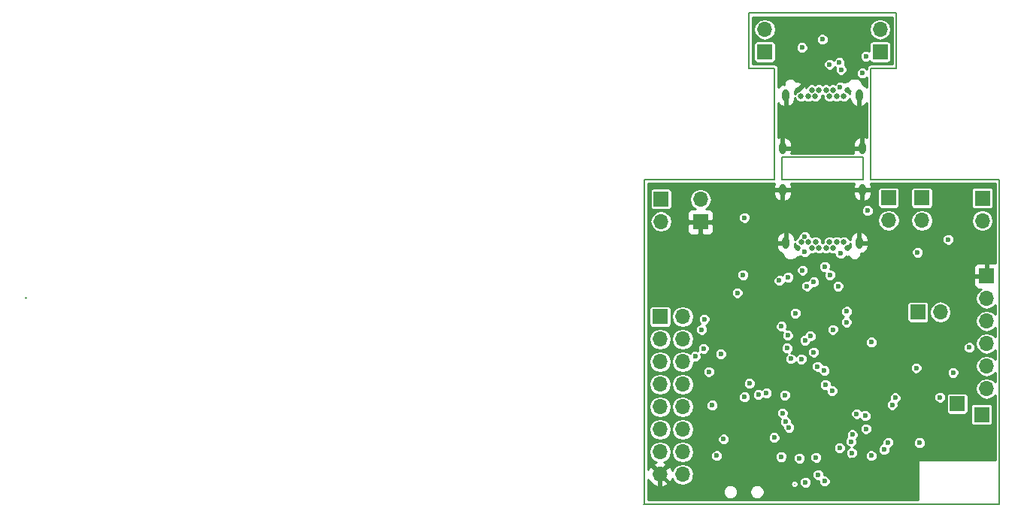
<source format=gbr>
%TF.GenerationSoftware,KiCad,Pcbnew,4.0.7*%
%TF.CreationDate,2019-02-19T19:06:54-06:00*%
%TF.ProjectId,GolfGloveMainBoardV1.0.0,476F6C66476C6F76654D61696E426F61,rev?*%
%TF.FileFunction,Copper,L2,Inr,Signal*%
%FSLAX46Y46*%
G04 Gerber Fmt 4.6, Leading zero omitted, Abs format (unit mm)*
G04 Created by KiCad (PCBNEW 4.0.7) date 02/19/19 19:06:54*
%MOMM*%
%LPD*%
G01*
G04 APERTURE LIST*
%ADD10C,0.100000*%
%ADD11C,0.150000*%
%ADD12C,0.600000*%
%ADD13O,0.800000X1.400000*%
%ADD14C,0.650000*%
%ADD15R,1.700000X1.700000*%
%ADD16O,1.700000X1.700000*%
%ADD17C,0.250000*%
%ADD18C,0.254000*%
G04 APERTURE END LIST*
D10*
D11*
X118120000Y-123130000D02*
X118120000Y-125640000D01*
X127220000Y-123130000D02*
X118120000Y-123130000D01*
X127220000Y-125640000D02*
X127220000Y-123130000D01*
X118130000Y-125640000D02*
X127220000Y-125640000D01*
X102580000Y-162200000D02*
X102570000Y-162200000D01*
X102580000Y-125640000D02*
X102580000Y-162200000D01*
X117250000Y-125640000D02*
X102580000Y-125640000D01*
X117250000Y-113080000D02*
X117250000Y-125640000D01*
X114340000Y-113080000D02*
X117250000Y-113080000D01*
X114340000Y-106880000D02*
X114340000Y-113080000D01*
X130990000Y-106880000D02*
X114340000Y-106880000D01*
X130990000Y-113080000D02*
X130990000Y-106880000D01*
X128090000Y-113080000D02*
X130990000Y-113080000D01*
X128090000Y-125650000D02*
X128090000Y-113080000D01*
X142570000Y-125650000D02*
X128090000Y-125650000D01*
X142570000Y-162200000D02*
X142570000Y-125650000D01*
X102580000Y-162200000D02*
X142570000Y-162200000D01*
D12*
X133050000Y-161550000D03*
X125650000Y-160600000D03*
X123900000Y-160200000D03*
X132500000Y-156550000D03*
X129850000Y-159600000D03*
X125250000Y-157750000D03*
X123000000Y-126500000D03*
X107000000Y-161000000D03*
X136000000Y-144000000D03*
X124000000Y-161350000D03*
X124350000Y-159300000D03*
X123700000Y-158650000D03*
X125000000Y-159950000D03*
X140500000Y-154500000D03*
X138500000Y-154500000D03*
X141500000Y-154500000D03*
X125900000Y-158400000D03*
X126600000Y-159000000D03*
X125450000Y-161450000D03*
X131000000Y-158000000D03*
X127150000Y-159600000D03*
X131000000Y-157000000D03*
X130000000Y-158500000D03*
X139500000Y-154500000D03*
X130000000Y-157500000D03*
X128050000Y-159600000D03*
X130200000Y-161300000D03*
X131150000Y-161300000D03*
X132000000Y-158500000D03*
X133000000Y-158500000D03*
X133000000Y-157500000D03*
X124750000Y-160750000D03*
X132150000Y-161500000D03*
X132000000Y-159500000D03*
X132000000Y-157500000D03*
X133500000Y-156500000D03*
X127400000Y-161300000D03*
X129250000Y-161300000D03*
X133000000Y-159500000D03*
X140000000Y-155500000D03*
X136000000Y-155500000D03*
X126400000Y-161200000D03*
X128300000Y-161300000D03*
X135000000Y-155500000D03*
X134500000Y-156500000D03*
X138000000Y-155500000D03*
X128950000Y-159600000D03*
X137000000Y-155500000D03*
X142000000Y-155500000D03*
X141000000Y-155500000D03*
X141500000Y-156500000D03*
X140500000Y-156500000D03*
X139500000Y-156500000D03*
X138500000Y-156500000D03*
X137500000Y-156500000D03*
X136500000Y-156500000D03*
X135500000Y-156500000D03*
X139000000Y-155500000D03*
D13*
X118535000Y-116145000D03*
X126795000Y-116145000D03*
X127155000Y-122095000D03*
X118175000Y-122095000D03*
D14*
X125465000Y-115545000D03*
X123865000Y-115545000D03*
X123065000Y-115545000D03*
X122265000Y-115545000D03*
X121465000Y-115545000D03*
X119865000Y-115545000D03*
X125065000Y-116245000D03*
X124265000Y-116245000D03*
X123465000Y-116245000D03*
X121865000Y-116245000D03*
X121065000Y-116245000D03*
X120265000Y-116245000D03*
D15*
X129165000Y-111255000D03*
D16*
X129165000Y-108715000D03*
D13*
X126805000Y-132760000D03*
X118545000Y-132760000D03*
X118185000Y-126810000D03*
X127165000Y-126810000D03*
D14*
X119875000Y-133360000D03*
X121475000Y-133360000D03*
X122275000Y-133360000D03*
X123075000Y-133360000D03*
X123875000Y-133360000D03*
X125475000Y-133360000D03*
X120275000Y-132660000D03*
X121075000Y-132660000D03*
X121875000Y-132660000D03*
X123475000Y-132660000D03*
X124275000Y-132660000D03*
X125075000Y-132660000D03*
D15*
X141140000Y-136490000D03*
D16*
X141140000Y-139030000D03*
X141140000Y-141570000D03*
X141140000Y-144110000D03*
X141140000Y-146650000D03*
X141140000Y-149190000D03*
D15*
X108940000Y-130410000D03*
D16*
X108940000Y-127870000D03*
D15*
X130120000Y-127690000D03*
D16*
X130120000Y-130230000D03*
D15*
X104490000Y-127830000D03*
D16*
X104490000Y-130370000D03*
D15*
X133860000Y-127710000D03*
D16*
X133860000Y-130250000D03*
D15*
X104390000Y-141080000D03*
D16*
X106930000Y-141080000D03*
X104390000Y-143620000D03*
X106930000Y-143620000D03*
X104390000Y-146160000D03*
X106930000Y-146160000D03*
X104390000Y-148700000D03*
X106930000Y-148700000D03*
X104390000Y-151240000D03*
X106930000Y-151240000D03*
X104390000Y-153780000D03*
X106930000Y-153780000D03*
X104390000Y-156320000D03*
X106930000Y-156320000D03*
X104390000Y-158860000D03*
X106930000Y-158860000D03*
D15*
X140600000Y-152120000D03*
X137850000Y-150890000D03*
X140680000Y-127730000D03*
D16*
X140680000Y-130270000D03*
D15*
X116165000Y-111255000D03*
D16*
X116165000Y-108715000D03*
D15*
X133420000Y-140570000D03*
D16*
X135960000Y-140570000D03*
D12*
X119340000Y-161360000D03*
X126025000Y-157250000D03*
X133875000Y-153475000D03*
X118050000Y-155800000D03*
X120180000Y-138450000D03*
X109060000Y-135020000D03*
X106880000Y-130340000D03*
X114220000Y-155420000D03*
X113865000Y-152870000D03*
X115170000Y-147740000D03*
X116680000Y-141630000D03*
X112650000Y-142530000D03*
X137230000Y-129300000D03*
X124470000Y-147640000D03*
X110760000Y-156750000D03*
X114450000Y-148610000D03*
X113710000Y-136380000D03*
X119610000Y-140700000D03*
X120710000Y-143750000D03*
X127570000Y-153720000D03*
X118020000Y-156880000D03*
X122880000Y-147170000D03*
X113070000Y-138400000D03*
X120670000Y-132070000D03*
X111530000Y-154890000D03*
X117230000Y-154710000D03*
X125410000Y-140500000D03*
X124720000Y-133960000D03*
X123750000Y-149440000D03*
X128180000Y-143970000D03*
X127565000Y-111755000D03*
X120365000Y-110755000D03*
X120750000Y-159750000D03*
X133380000Y-133850000D03*
X126040000Y-154390000D03*
X125900000Y-155160000D03*
X133230000Y-146870000D03*
X122900000Y-159640000D03*
X121925000Y-156950000D03*
X128175000Y-156750000D03*
X133600000Y-155300000D03*
X125970000Y-156450000D03*
X122175000Y-158900000D03*
X130075000Y-155250000D03*
X124600000Y-155875000D03*
X129600000Y-156050000D03*
X121670000Y-145090000D03*
X113890000Y-150120000D03*
X118750000Y-143180000D03*
X122930000Y-135450000D03*
X121320000Y-143260000D03*
X120290000Y-145870000D03*
X119100000Y-145840000D03*
X118680000Y-144630000D03*
X123520000Y-136380000D03*
X123840000Y-142540000D03*
X135900000Y-150170000D03*
X139210000Y-144560000D03*
X137380000Y-147390000D03*
X130520000Y-151010000D03*
X127500000Y-152240000D03*
X130850000Y-150240000D03*
X126530000Y-152030000D03*
X124565000Y-112455000D03*
X108340000Y-145560000D03*
X109260000Y-144690000D03*
X117800000Y-137020000D03*
X125350000Y-141710000D03*
X120920000Y-137630000D03*
X120670000Y-133800000D03*
X122100000Y-146700000D03*
X120075000Y-157050000D03*
X118050000Y-142170000D03*
X123465000Y-112655000D03*
X122665000Y-109855000D03*
X127165000Y-113655000D03*
X124665000Y-115255000D03*
X124765000Y-113255000D03*
X118900000Y-153580000D03*
X113890000Y-129940000D03*
X118800000Y-136640000D03*
X120420000Y-135860000D03*
X121700000Y-137180000D03*
X124430000Y-137660000D03*
X109060000Y-142550000D03*
X116340000Y-149690000D03*
X118150000Y-151950000D03*
X104390000Y-141080000D03*
X109360000Y-141390000D03*
X111220000Y-145290000D03*
X109880000Y-147290000D03*
X110250000Y-151060000D03*
X118490000Y-152910000D03*
X118440000Y-149940000D03*
X115470000Y-149880000D03*
X127740000Y-129140000D03*
X136830000Y-132390000D03*
X123010000Y-148760000D03*
X118665000Y-109755000D03*
X120665000Y-109255000D03*
D17*
X32925000Y-138900000D02*
X32925000Y-138925000D01*
D11*
X119520000Y-159930000D02*
X119510000Y-159930000D01*
X118050000Y-155800000D02*
X118025000Y-155825000D01*
X109080000Y-135040000D02*
X109090000Y-135040000D01*
X109060000Y-135020000D02*
X109080000Y-135040000D01*
X104390000Y-158860000D02*
X104390000Y-159030000D01*
X104390000Y-159030000D02*
X105380000Y-160020000D01*
X104390000Y-158860000D02*
X104390000Y-158900000D01*
X104390000Y-158900000D02*
X105440000Y-159950000D01*
X104390000Y-158860000D02*
X104530000Y-158860000D01*
X104530000Y-158860000D02*
X105480000Y-159810000D01*
X104390000Y-158860000D02*
X104230000Y-158860000D01*
X104230000Y-158860000D02*
X103170000Y-157800000D01*
X104390000Y-158860000D02*
X104390000Y-158530000D01*
X104390000Y-158530000D02*
X103440000Y-157580000D01*
X103440000Y-157580000D02*
X103440000Y-157560000D01*
X104390000Y-158860000D02*
X104390000Y-158670000D01*
X104390000Y-158670000D02*
X103390000Y-157670000D01*
X104390000Y-158860000D02*
X104390000Y-158850000D01*
X104390000Y-158850000D02*
X103260000Y-157720000D01*
X104390000Y-158860000D02*
X105520000Y-157730000D01*
X104390000Y-158860000D02*
X104390000Y-158710000D01*
X104390000Y-158710000D02*
X105410000Y-157690000D01*
X104390000Y-158860000D02*
X104390000Y-158520000D01*
X104390000Y-158520000D02*
X105240000Y-157670000D01*
X104390000Y-158860000D02*
X104580000Y-158860000D01*
X104580000Y-158860000D02*
X105740000Y-157700000D01*
X113830000Y-152860000D02*
X113850000Y-152860000D01*
X113860000Y-152870000D02*
X113850000Y-152860000D01*
X113860000Y-152870000D02*
X113865000Y-152870000D01*
X115170000Y-147740000D02*
X115160000Y-147740000D01*
X116680000Y-141630000D02*
X116670000Y-141620000D01*
X112650000Y-142530000D02*
X112640000Y-142530000D01*
X137230000Y-129300000D02*
X137230000Y-129350000D01*
X124490000Y-147660000D02*
X124500000Y-147660000D01*
X124470000Y-147640000D02*
X124490000Y-147660000D01*
D18*
G36*
X117150000Y-126383000D02*
X117150000Y-126683000D01*
X118058000Y-126683000D01*
X118058000Y-126663000D01*
X118312000Y-126663000D01*
X118312000Y-126683000D01*
X119220000Y-126683000D01*
X119220000Y-126383000D01*
X119124068Y-126092000D01*
X126225932Y-126092000D01*
X126130000Y-126383000D01*
X126130000Y-126683000D01*
X127038000Y-126683000D01*
X127038000Y-126663000D01*
X127292000Y-126663000D01*
X127292000Y-126683000D01*
X128200000Y-126683000D01*
X128200000Y-126383000D01*
X128107365Y-126102000D01*
X142118000Y-126102000D01*
X142118000Y-135005700D01*
X142116309Y-135005000D01*
X141425750Y-135005000D01*
X141267000Y-135163750D01*
X141267000Y-136363000D01*
X141287000Y-136363000D01*
X141287000Y-136617000D01*
X141267000Y-136617000D01*
X141267000Y-136637000D01*
X141013000Y-136637000D01*
X141013000Y-136617000D01*
X139813750Y-136617000D01*
X139655000Y-136775750D01*
X139655000Y-137466310D01*
X139751673Y-137699699D01*
X139930302Y-137878327D01*
X140163691Y-137975000D01*
X140528776Y-137975000D01*
X140248342Y-138162380D01*
X139982362Y-138560447D01*
X139888962Y-139030000D01*
X139982362Y-139499553D01*
X140248342Y-139897620D01*
X140646409Y-140163600D01*
X141115962Y-140257000D01*
X141164038Y-140257000D01*
X141633591Y-140163600D01*
X142031658Y-139897620D01*
X142118000Y-139768400D01*
X142118000Y-140831600D01*
X142031658Y-140702380D01*
X141633591Y-140436400D01*
X141164038Y-140343000D01*
X141115962Y-140343000D01*
X140646409Y-140436400D01*
X140248342Y-140702380D01*
X139982362Y-141100447D01*
X139888962Y-141570000D01*
X139982362Y-142039553D01*
X140248342Y-142437620D01*
X140646409Y-142703600D01*
X141115962Y-142797000D01*
X141164038Y-142797000D01*
X141633591Y-142703600D01*
X142031658Y-142437620D01*
X142118000Y-142308400D01*
X142118000Y-143371600D01*
X142031658Y-143242380D01*
X141633591Y-142976400D01*
X141164038Y-142883000D01*
X141115962Y-142883000D01*
X140646409Y-142976400D01*
X140248342Y-143242380D01*
X139982362Y-143640447D01*
X139888962Y-144110000D01*
X139982362Y-144579553D01*
X140248342Y-144977620D01*
X140646409Y-145243600D01*
X141115962Y-145337000D01*
X141164038Y-145337000D01*
X141633591Y-145243600D01*
X142031658Y-144977620D01*
X142118000Y-144848400D01*
X142118000Y-145911600D01*
X142031658Y-145782380D01*
X141633591Y-145516400D01*
X141164038Y-145423000D01*
X141115962Y-145423000D01*
X140646409Y-145516400D01*
X140248342Y-145782380D01*
X139982362Y-146180447D01*
X139888962Y-146650000D01*
X139982362Y-147119553D01*
X140248342Y-147517620D01*
X140646409Y-147783600D01*
X141115962Y-147877000D01*
X141164038Y-147877000D01*
X141633591Y-147783600D01*
X142031658Y-147517620D01*
X142118000Y-147388400D01*
X142118000Y-148451600D01*
X142031658Y-148322380D01*
X141633591Y-148056400D01*
X141164038Y-147963000D01*
X141115962Y-147963000D01*
X140646409Y-148056400D01*
X140248342Y-148322380D01*
X139982362Y-148720447D01*
X139888962Y-149190000D01*
X139982362Y-149659553D01*
X140248342Y-150057620D01*
X140646409Y-150323600D01*
X141115962Y-150417000D01*
X141164038Y-150417000D01*
X141633591Y-150323600D01*
X142031658Y-150057620D01*
X142118000Y-149928400D01*
X142118000Y-157223298D01*
X133589856Y-157233000D01*
X133543841Y-157241685D01*
X133501447Y-157268965D01*
X133473006Y-157310590D01*
X133463000Y-157360000D01*
X133463000Y-161748000D01*
X103032000Y-161748000D01*
X103032000Y-160993779D01*
X111472857Y-160993779D01*
X111598495Y-161297846D01*
X111830930Y-161530688D01*
X112134778Y-161656856D01*
X112463779Y-161657143D01*
X112767846Y-161531505D01*
X113000688Y-161299070D01*
X113126856Y-160995222D01*
X113126857Y-160993779D01*
X114472857Y-160993779D01*
X114598495Y-161297846D01*
X114830930Y-161530688D01*
X115134778Y-161656856D01*
X115463779Y-161657143D01*
X115767846Y-161531505D01*
X116000688Y-161299070D01*
X116126856Y-160995222D01*
X116127143Y-160666221D01*
X116001505Y-160362154D01*
X115769070Y-160129312D01*
X115465222Y-160003144D01*
X115136221Y-160002857D01*
X114832154Y-160128495D01*
X114599312Y-160360930D01*
X114473144Y-160664778D01*
X114472857Y-160993779D01*
X113126857Y-160993779D01*
X113127143Y-160666221D01*
X113001505Y-160362154D01*
X112769070Y-160129312D01*
X112465222Y-160003144D01*
X112136221Y-160002857D01*
X111832154Y-160128495D01*
X111599312Y-160360930D01*
X111473144Y-160664778D01*
X111472857Y-160993779D01*
X103032000Y-160993779D01*
X103032000Y-159418432D01*
X103118355Y-159626924D01*
X103508642Y-160055183D01*
X104033108Y-160301486D01*
X104263000Y-160180819D01*
X104263000Y-158987000D01*
X104243000Y-158987000D01*
X104243000Y-158733000D01*
X104263000Y-158733000D01*
X104263000Y-158713000D01*
X104517000Y-158713000D01*
X104517000Y-158733000D01*
X104537000Y-158733000D01*
X104537000Y-158987000D01*
X104517000Y-158987000D01*
X104517000Y-160180819D01*
X104746892Y-160301486D01*
X105271358Y-160055183D01*
X105661645Y-159626924D01*
X105780048Y-159341056D01*
X106038342Y-159727620D01*
X106436409Y-159993600D01*
X106905962Y-160087000D01*
X106954038Y-160087000D01*
X107423591Y-159993600D01*
X107518775Y-159930000D01*
X119058000Y-159930000D01*
X119092406Y-160102973D01*
X119190388Y-160249612D01*
X119337027Y-160347594D01*
X119510000Y-160382000D01*
X119520000Y-160382000D01*
X119692973Y-160347594D01*
X119839612Y-160249612D01*
X119937594Y-160102973D01*
X119972000Y-159930000D01*
X119962865Y-159884073D01*
X120072883Y-159884073D01*
X120175733Y-160132989D01*
X120366010Y-160323598D01*
X120614746Y-160426882D01*
X120884073Y-160427117D01*
X121132989Y-160324267D01*
X121323598Y-160133990D01*
X121426882Y-159885254D01*
X121427117Y-159615927D01*
X121324267Y-159367011D01*
X121133990Y-159176402D01*
X120885254Y-159073118D01*
X120615927Y-159072883D01*
X120367011Y-159175733D01*
X120176402Y-159366010D01*
X120073118Y-159614746D01*
X120072883Y-159884073D01*
X119962865Y-159884073D01*
X119937594Y-159757027D01*
X119839612Y-159610388D01*
X119692973Y-159512406D01*
X119520000Y-159478000D01*
X119510000Y-159478000D01*
X119337027Y-159512406D01*
X119190388Y-159610388D01*
X119092406Y-159757027D01*
X119058000Y-159930000D01*
X107518775Y-159930000D01*
X107821658Y-159727620D01*
X108087638Y-159329553D01*
X108146412Y-159034073D01*
X121497883Y-159034073D01*
X121600733Y-159282989D01*
X121791010Y-159473598D01*
X122039746Y-159576882D01*
X122223055Y-159577042D01*
X122222883Y-159774073D01*
X122325733Y-160022989D01*
X122516010Y-160213598D01*
X122764746Y-160316882D01*
X123034073Y-160317117D01*
X123282989Y-160214267D01*
X123473598Y-160023990D01*
X123576882Y-159775254D01*
X123577117Y-159505927D01*
X123474267Y-159257011D01*
X123283990Y-159066402D01*
X123035254Y-158963118D01*
X122851945Y-158962958D01*
X122852117Y-158765927D01*
X122749267Y-158517011D01*
X122558990Y-158326402D01*
X122310254Y-158223118D01*
X122040927Y-158222883D01*
X121792011Y-158325733D01*
X121601402Y-158516010D01*
X121498118Y-158764746D01*
X121497883Y-159034073D01*
X108146412Y-159034073D01*
X108181038Y-158860000D01*
X108087638Y-158390447D01*
X107821658Y-157992380D01*
X107423591Y-157726400D01*
X106954038Y-157633000D01*
X106905962Y-157633000D01*
X106436409Y-157726400D01*
X106038342Y-157992380D01*
X105780048Y-158378944D01*
X105661645Y-158093076D01*
X105271358Y-157664817D01*
X104840046Y-157462262D01*
X104883591Y-157453600D01*
X105281658Y-157187620D01*
X105547638Y-156789553D01*
X105641038Y-156320000D01*
X105678962Y-156320000D01*
X105772362Y-156789553D01*
X106038342Y-157187620D01*
X106436409Y-157453600D01*
X106905962Y-157547000D01*
X106954038Y-157547000D01*
X107423591Y-157453600D01*
X107821658Y-157187620D01*
X108024481Y-156884073D01*
X110082883Y-156884073D01*
X110185733Y-157132989D01*
X110376010Y-157323598D01*
X110624746Y-157426882D01*
X110894073Y-157427117D01*
X111142989Y-157324267D01*
X111333598Y-157133990D01*
X111383391Y-157014073D01*
X117342883Y-157014073D01*
X117445733Y-157262989D01*
X117636010Y-157453598D01*
X117884746Y-157556882D01*
X118154073Y-157557117D01*
X118402989Y-157454267D01*
X118593598Y-157263990D01*
X118626782Y-157184073D01*
X119397883Y-157184073D01*
X119500733Y-157432989D01*
X119691010Y-157623598D01*
X119939746Y-157726882D01*
X120209073Y-157727117D01*
X120457989Y-157624267D01*
X120648598Y-157433990D01*
X120751882Y-157185254D01*
X120751970Y-157084073D01*
X121247883Y-157084073D01*
X121350733Y-157332989D01*
X121541010Y-157523598D01*
X121789746Y-157626882D01*
X122059073Y-157627117D01*
X122307989Y-157524267D01*
X122498598Y-157333990D01*
X122601882Y-157085254D01*
X122602117Y-156815927D01*
X122499267Y-156567011D01*
X122308990Y-156376402D01*
X122060254Y-156273118D01*
X121790927Y-156272883D01*
X121542011Y-156375733D01*
X121351402Y-156566010D01*
X121248118Y-156814746D01*
X121247883Y-157084073D01*
X120751970Y-157084073D01*
X120752117Y-156915927D01*
X120649267Y-156667011D01*
X120458990Y-156476402D01*
X120210254Y-156373118D01*
X119940927Y-156372883D01*
X119692011Y-156475733D01*
X119501402Y-156666010D01*
X119398118Y-156914746D01*
X119397883Y-157184073D01*
X118626782Y-157184073D01*
X118696882Y-157015254D01*
X118697117Y-156745927D01*
X118594267Y-156497011D01*
X118403990Y-156306402D01*
X118155254Y-156203118D01*
X117885927Y-156202883D01*
X117637011Y-156305733D01*
X117446402Y-156496010D01*
X117343118Y-156744746D01*
X117342883Y-157014073D01*
X111383391Y-157014073D01*
X111436882Y-156885254D01*
X111437117Y-156615927D01*
X111334267Y-156367011D01*
X111143990Y-156176402D01*
X110895254Y-156073118D01*
X110625927Y-156072883D01*
X110377011Y-156175733D01*
X110186402Y-156366010D01*
X110083118Y-156614746D01*
X110082883Y-156884073D01*
X108024481Y-156884073D01*
X108087638Y-156789553D01*
X108181038Y-156320000D01*
X108119191Y-156009073D01*
X123922883Y-156009073D01*
X124025733Y-156257989D01*
X124216010Y-156448598D01*
X124464746Y-156551882D01*
X124734073Y-156552117D01*
X124982989Y-156449267D01*
X125173598Y-156258990D01*
X125276882Y-156010254D01*
X125277117Y-155740927D01*
X125174267Y-155492011D01*
X124983990Y-155301402D01*
X124966340Y-155294073D01*
X125222883Y-155294073D01*
X125325733Y-155542989D01*
X125516010Y-155733598D01*
X125722995Y-155819546D01*
X125587011Y-155875733D01*
X125396402Y-156066010D01*
X125293118Y-156314746D01*
X125292883Y-156584073D01*
X125395733Y-156832989D01*
X125586010Y-157023598D01*
X125834746Y-157126882D01*
X126104073Y-157127117D01*
X126352989Y-157024267D01*
X126493427Y-156884073D01*
X127497883Y-156884073D01*
X127600733Y-157132989D01*
X127791010Y-157323598D01*
X128039746Y-157426882D01*
X128309073Y-157427117D01*
X128557989Y-157324267D01*
X128748598Y-157133990D01*
X128851882Y-156885254D01*
X128852117Y-156615927D01*
X128749267Y-156367011D01*
X128566648Y-156184073D01*
X128922883Y-156184073D01*
X129025733Y-156432989D01*
X129216010Y-156623598D01*
X129464746Y-156726882D01*
X129734073Y-156727117D01*
X129982989Y-156624267D01*
X130173598Y-156433990D01*
X130276882Y-156185254D01*
X130277117Y-155915927D01*
X130271143Y-155901470D01*
X130457989Y-155824267D01*
X130648598Y-155633990D01*
X130731610Y-155434073D01*
X132922883Y-155434073D01*
X133025733Y-155682989D01*
X133216010Y-155873598D01*
X133464746Y-155976882D01*
X133734073Y-155977117D01*
X133982989Y-155874267D01*
X134173598Y-155683990D01*
X134276882Y-155435254D01*
X134277117Y-155165927D01*
X134174267Y-154917011D01*
X133983990Y-154726402D01*
X133735254Y-154623118D01*
X133465927Y-154622883D01*
X133217011Y-154725733D01*
X133026402Y-154916010D01*
X132923118Y-155164746D01*
X132922883Y-155434073D01*
X130731610Y-155434073D01*
X130751882Y-155385254D01*
X130752117Y-155115927D01*
X130649267Y-154867011D01*
X130458990Y-154676402D01*
X130210254Y-154573118D01*
X129940927Y-154572883D01*
X129692011Y-154675733D01*
X129501402Y-154866010D01*
X129398118Y-155114746D01*
X129397883Y-155384073D01*
X129403857Y-155398530D01*
X129217011Y-155475733D01*
X129026402Y-155666010D01*
X128923118Y-155914746D01*
X128922883Y-156184073D01*
X128566648Y-156184073D01*
X128558990Y-156176402D01*
X128310254Y-156073118D01*
X128040927Y-156072883D01*
X127792011Y-156175733D01*
X127601402Y-156366010D01*
X127498118Y-156614746D01*
X127497883Y-156884073D01*
X126493427Y-156884073D01*
X126543598Y-156833990D01*
X126646882Y-156585254D01*
X126647117Y-156315927D01*
X126544267Y-156067011D01*
X126353990Y-155876402D01*
X126147005Y-155790454D01*
X126282989Y-155734267D01*
X126473598Y-155543990D01*
X126576882Y-155295254D01*
X126577117Y-155025927D01*
X126514071Y-154873344D01*
X126613598Y-154773990D01*
X126716882Y-154525254D01*
X126717117Y-154255927D01*
X126614267Y-154007011D01*
X126461596Y-153854073D01*
X126892883Y-153854073D01*
X126995733Y-154102989D01*
X127186010Y-154293598D01*
X127434746Y-154396882D01*
X127704073Y-154397117D01*
X127952989Y-154294267D01*
X128143598Y-154103990D01*
X128246882Y-153855254D01*
X128247117Y-153585927D01*
X128144267Y-153337011D01*
X127953990Y-153146402D01*
X127705254Y-153043118D01*
X127435927Y-153042883D01*
X127187011Y-153145733D01*
X126996402Y-153336010D01*
X126893118Y-153584746D01*
X126892883Y-153854073D01*
X126461596Y-153854073D01*
X126423990Y-153816402D01*
X126175254Y-153713118D01*
X125905927Y-153712883D01*
X125657011Y-153815733D01*
X125466402Y-154006010D01*
X125363118Y-154254746D01*
X125362883Y-154524073D01*
X125425929Y-154676656D01*
X125326402Y-154776010D01*
X125223118Y-155024746D01*
X125222883Y-155294073D01*
X124966340Y-155294073D01*
X124735254Y-155198118D01*
X124465927Y-155197883D01*
X124217011Y-155300733D01*
X124026402Y-155491010D01*
X123923118Y-155739746D01*
X123922883Y-156009073D01*
X108119191Y-156009073D01*
X108087638Y-155850447D01*
X107821658Y-155452380D01*
X107423591Y-155186400D01*
X106954038Y-155093000D01*
X106905962Y-155093000D01*
X106436409Y-155186400D01*
X106038342Y-155452380D01*
X105772362Y-155850447D01*
X105678962Y-156320000D01*
X105641038Y-156320000D01*
X105547638Y-155850447D01*
X105281658Y-155452380D01*
X104883591Y-155186400D01*
X104414038Y-155093000D01*
X104365962Y-155093000D01*
X103896409Y-155186400D01*
X103498342Y-155452380D01*
X103232362Y-155850447D01*
X103138962Y-156320000D01*
X103232362Y-156789553D01*
X103498342Y-157187620D01*
X103896409Y-157453600D01*
X103939954Y-157462262D01*
X103508642Y-157664817D01*
X103118355Y-158093076D01*
X103032000Y-158301568D01*
X103032000Y-155024073D01*
X110852883Y-155024073D01*
X110955733Y-155272989D01*
X111146010Y-155463598D01*
X111394746Y-155566882D01*
X111664073Y-155567117D01*
X111912989Y-155464267D01*
X112103598Y-155273990D01*
X112206882Y-155025254D01*
X112207040Y-154844073D01*
X116552883Y-154844073D01*
X116655733Y-155092989D01*
X116846010Y-155283598D01*
X117094746Y-155386882D01*
X117364073Y-155387117D01*
X117612989Y-155284267D01*
X117803598Y-155093990D01*
X117906882Y-154845254D01*
X117907117Y-154575927D01*
X117804267Y-154327011D01*
X117613990Y-154136402D01*
X117365254Y-154033118D01*
X117095927Y-154032883D01*
X116847011Y-154135733D01*
X116656402Y-154326010D01*
X116553118Y-154574746D01*
X116552883Y-154844073D01*
X112207040Y-154844073D01*
X112207117Y-154755927D01*
X112104267Y-154507011D01*
X111913990Y-154316402D01*
X111665254Y-154213118D01*
X111395927Y-154212883D01*
X111147011Y-154315733D01*
X110956402Y-154506010D01*
X110853118Y-154754746D01*
X110852883Y-155024073D01*
X103032000Y-155024073D01*
X103032000Y-153780000D01*
X103138962Y-153780000D01*
X103232362Y-154249553D01*
X103498342Y-154647620D01*
X103896409Y-154913600D01*
X104365962Y-155007000D01*
X104414038Y-155007000D01*
X104883591Y-154913600D01*
X105281658Y-154647620D01*
X105547638Y-154249553D01*
X105641038Y-153780000D01*
X105678962Y-153780000D01*
X105772362Y-154249553D01*
X106038342Y-154647620D01*
X106436409Y-154913600D01*
X106905962Y-155007000D01*
X106954038Y-155007000D01*
X107423591Y-154913600D01*
X107821658Y-154647620D01*
X108087638Y-154249553D01*
X108181038Y-153780000D01*
X108087638Y-153310447D01*
X107821658Y-152912380D01*
X107423591Y-152646400D01*
X106954038Y-152553000D01*
X106905962Y-152553000D01*
X106436409Y-152646400D01*
X106038342Y-152912380D01*
X105772362Y-153310447D01*
X105678962Y-153780000D01*
X105641038Y-153780000D01*
X105547638Y-153310447D01*
X105281658Y-152912380D01*
X104883591Y-152646400D01*
X104414038Y-152553000D01*
X104365962Y-152553000D01*
X103896409Y-152646400D01*
X103498342Y-152912380D01*
X103232362Y-153310447D01*
X103138962Y-153780000D01*
X103032000Y-153780000D01*
X103032000Y-151240000D01*
X103138962Y-151240000D01*
X103232362Y-151709553D01*
X103498342Y-152107620D01*
X103896409Y-152373600D01*
X104365962Y-152467000D01*
X104414038Y-152467000D01*
X104883591Y-152373600D01*
X105281658Y-152107620D01*
X105547638Y-151709553D01*
X105641038Y-151240000D01*
X105678962Y-151240000D01*
X105772362Y-151709553D01*
X106038342Y-152107620D01*
X106436409Y-152373600D01*
X106905962Y-152467000D01*
X106954038Y-152467000D01*
X107423591Y-152373600D01*
X107821658Y-152107620D01*
X107837391Y-152084073D01*
X117472883Y-152084073D01*
X117575733Y-152332989D01*
X117766010Y-152523598D01*
X117895139Y-152577217D01*
X117813118Y-152774746D01*
X117812883Y-153044073D01*
X117915733Y-153292989D01*
X118106010Y-153483598D01*
X118223042Y-153532194D01*
X118222883Y-153714073D01*
X118325733Y-153962989D01*
X118516010Y-154153598D01*
X118764746Y-154256882D01*
X119034073Y-154257117D01*
X119282989Y-154154267D01*
X119473598Y-153963990D01*
X119576882Y-153715254D01*
X119577117Y-153445927D01*
X119474267Y-153197011D01*
X119283990Y-153006402D01*
X119166958Y-152957806D01*
X119167117Y-152775927D01*
X119064267Y-152527011D01*
X118873990Y-152336402D01*
X118744861Y-152282783D01*
X118794153Y-152164073D01*
X125852883Y-152164073D01*
X125955733Y-152412989D01*
X126146010Y-152603598D01*
X126394746Y-152706882D01*
X126664073Y-152707117D01*
X126912989Y-152604267D01*
X126916535Y-152600727D01*
X126925733Y-152622989D01*
X127116010Y-152813598D01*
X127364746Y-152916882D01*
X127634073Y-152917117D01*
X127882989Y-152814267D01*
X128073598Y-152623990D01*
X128176882Y-152375254D01*
X128177117Y-152105927D01*
X128074267Y-151857011D01*
X127883990Y-151666402D01*
X127635254Y-151563118D01*
X127365927Y-151562883D01*
X127117011Y-151665733D01*
X127113465Y-151669273D01*
X127104267Y-151647011D01*
X126913990Y-151456402D01*
X126665254Y-151353118D01*
X126395927Y-151352883D01*
X126147011Y-151455733D01*
X125956402Y-151646010D01*
X125853118Y-151894746D01*
X125852883Y-152164073D01*
X118794153Y-152164073D01*
X118826882Y-152085254D01*
X118827117Y-151815927D01*
X118724267Y-151567011D01*
X118533990Y-151376402D01*
X118285254Y-151273118D01*
X118015927Y-151272883D01*
X117767011Y-151375733D01*
X117576402Y-151566010D01*
X117473118Y-151814746D01*
X117472883Y-152084073D01*
X107837391Y-152084073D01*
X108087638Y-151709553D01*
X108181038Y-151240000D01*
X108171903Y-151194073D01*
X109572883Y-151194073D01*
X109675733Y-151442989D01*
X109866010Y-151633598D01*
X110114746Y-151736882D01*
X110384073Y-151737117D01*
X110632989Y-151634267D01*
X110823598Y-151443990D01*
X110926882Y-151195254D01*
X110926926Y-151144073D01*
X129842883Y-151144073D01*
X129945733Y-151392989D01*
X130136010Y-151583598D01*
X130384746Y-151686882D01*
X130654073Y-151687117D01*
X130902989Y-151584267D01*
X131093598Y-151393990D01*
X131196882Y-151145254D01*
X131197117Y-150875927D01*
X131180586Y-150835919D01*
X131232989Y-150814267D01*
X131423598Y-150623990D01*
X131526882Y-150375254D01*
X131526944Y-150304073D01*
X135222883Y-150304073D01*
X135325733Y-150552989D01*
X135516010Y-150743598D01*
X135764746Y-150846882D01*
X136034073Y-150847117D01*
X136282989Y-150744267D01*
X136473598Y-150553990D01*
X136576882Y-150305254D01*
X136577113Y-150040000D01*
X136615615Y-150040000D01*
X136615615Y-151740000D01*
X136641903Y-151879708D01*
X136724470Y-152008020D01*
X136850453Y-152094101D01*
X137000000Y-152124385D01*
X138700000Y-152124385D01*
X138839708Y-152098097D01*
X138968020Y-152015530D01*
X139054101Y-151889547D01*
X139084385Y-151740000D01*
X139084385Y-151270000D01*
X139365615Y-151270000D01*
X139365615Y-152970000D01*
X139391903Y-153109708D01*
X139474470Y-153238020D01*
X139600453Y-153324101D01*
X139750000Y-153354385D01*
X141450000Y-153354385D01*
X141589708Y-153328097D01*
X141718020Y-153245530D01*
X141804101Y-153119547D01*
X141834385Y-152970000D01*
X141834385Y-151270000D01*
X141808097Y-151130292D01*
X141725530Y-151001980D01*
X141599547Y-150915899D01*
X141450000Y-150885615D01*
X139750000Y-150885615D01*
X139610292Y-150911903D01*
X139481980Y-150994470D01*
X139395899Y-151120453D01*
X139365615Y-151270000D01*
X139084385Y-151270000D01*
X139084385Y-150040000D01*
X139058097Y-149900292D01*
X138975530Y-149771980D01*
X138849547Y-149685899D01*
X138700000Y-149655615D01*
X137000000Y-149655615D01*
X136860292Y-149681903D01*
X136731980Y-149764470D01*
X136645899Y-149890453D01*
X136615615Y-150040000D01*
X136577113Y-150040000D01*
X136577117Y-150035927D01*
X136474267Y-149787011D01*
X136283990Y-149596402D01*
X136035254Y-149493118D01*
X135765927Y-149492883D01*
X135517011Y-149595733D01*
X135326402Y-149786010D01*
X135223118Y-150034746D01*
X135222883Y-150304073D01*
X131526944Y-150304073D01*
X131527117Y-150105927D01*
X131424267Y-149857011D01*
X131233990Y-149666402D01*
X130985254Y-149563118D01*
X130715927Y-149562883D01*
X130467011Y-149665733D01*
X130276402Y-149856010D01*
X130173118Y-150104746D01*
X130172883Y-150374073D01*
X130189414Y-150414081D01*
X130137011Y-150435733D01*
X129946402Y-150626010D01*
X129843118Y-150874746D01*
X129842883Y-151144073D01*
X110926926Y-151144073D01*
X110927117Y-150925927D01*
X110824267Y-150677011D01*
X110633990Y-150486402D01*
X110385254Y-150383118D01*
X110115927Y-150382883D01*
X109867011Y-150485733D01*
X109676402Y-150676010D01*
X109573118Y-150924746D01*
X109572883Y-151194073D01*
X108171903Y-151194073D01*
X108087638Y-150770447D01*
X107821658Y-150372380D01*
X107644600Y-150254073D01*
X113212883Y-150254073D01*
X113315733Y-150502989D01*
X113506010Y-150693598D01*
X113754746Y-150796882D01*
X114024073Y-150797117D01*
X114272989Y-150694267D01*
X114463598Y-150503990D01*
X114566882Y-150255254D01*
X114567092Y-150014073D01*
X114792883Y-150014073D01*
X114895733Y-150262989D01*
X115086010Y-150453598D01*
X115334746Y-150556882D01*
X115604073Y-150557117D01*
X115852989Y-150454267D01*
X116018145Y-150289399D01*
X116204746Y-150366882D01*
X116474073Y-150367117D01*
X116722989Y-150264267D01*
X116913514Y-150074073D01*
X117762883Y-150074073D01*
X117865733Y-150322989D01*
X118056010Y-150513598D01*
X118304746Y-150616882D01*
X118574073Y-150617117D01*
X118822989Y-150514267D01*
X119013598Y-150323990D01*
X119116882Y-150075254D01*
X119117117Y-149805927D01*
X119014267Y-149557011D01*
X118823990Y-149366402D01*
X118575254Y-149263118D01*
X118305927Y-149262883D01*
X118057011Y-149365733D01*
X117866402Y-149556010D01*
X117763118Y-149804746D01*
X117762883Y-150074073D01*
X116913514Y-150074073D01*
X116913598Y-150073990D01*
X117016882Y-149825254D01*
X117017117Y-149555927D01*
X116914267Y-149307011D01*
X116723990Y-149116402D01*
X116475254Y-149013118D01*
X116205927Y-149012883D01*
X115957011Y-149115733D01*
X115791855Y-149280601D01*
X115605254Y-149203118D01*
X115335927Y-149202883D01*
X115087011Y-149305733D01*
X114896402Y-149496010D01*
X114793118Y-149744746D01*
X114792883Y-150014073D01*
X114567092Y-150014073D01*
X114567117Y-149985927D01*
X114464267Y-149737011D01*
X114273990Y-149546402D01*
X114025254Y-149443118D01*
X113755927Y-149442883D01*
X113507011Y-149545733D01*
X113316402Y-149736010D01*
X113213118Y-149984746D01*
X113212883Y-150254073D01*
X107644600Y-150254073D01*
X107423591Y-150106400D01*
X106954038Y-150013000D01*
X106905962Y-150013000D01*
X106436409Y-150106400D01*
X106038342Y-150372380D01*
X105772362Y-150770447D01*
X105678962Y-151240000D01*
X105641038Y-151240000D01*
X105547638Y-150770447D01*
X105281658Y-150372380D01*
X104883591Y-150106400D01*
X104414038Y-150013000D01*
X104365962Y-150013000D01*
X103896409Y-150106400D01*
X103498342Y-150372380D01*
X103232362Y-150770447D01*
X103138962Y-151240000D01*
X103032000Y-151240000D01*
X103032000Y-148700000D01*
X103138962Y-148700000D01*
X103232362Y-149169553D01*
X103498342Y-149567620D01*
X103896409Y-149833600D01*
X104365962Y-149927000D01*
X104414038Y-149927000D01*
X104883591Y-149833600D01*
X105281658Y-149567620D01*
X105547638Y-149169553D01*
X105641038Y-148700000D01*
X105678962Y-148700000D01*
X105772362Y-149169553D01*
X106038342Y-149567620D01*
X106436409Y-149833600D01*
X106905962Y-149927000D01*
X106954038Y-149927000D01*
X107423591Y-149833600D01*
X107821658Y-149567620D01*
X108087638Y-149169553D01*
X108172271Y-148744073D01*
X113772883Y-148744073D01*
X113875733Y-148992989D01*
X114066010Y-149183598D01*
X114314746Y-149286882D01*
X114584073Y-149287117D01*
X114832989Y-149184267D01*
X115023598Y-148993990D01*
X115065087Y-148894073D01*
X122332883Y-148894073D01*
X122435733Y-149142989D01*
X122626010Y-149333598D01*
X122874746Y-149436882D01*
X123073003Y-149437055D01*
X123072883Y-149574073D01*
X123175733Y-149822989D01*
X123366010Y-150013598D01*
X123614746Y-150116882D01*
X123884073Y-150117117D01*
X124132989Y-150014267D01*
X124323598Y-149823990D01*
X124426882Y-149575254D01*
X124427117Y-149305927D01*
X124324267Y-149057011D01*
X124133990Y-148866402D01*
X123885254Y-148763118D01*
X123686997Y-148762945D01*
X123687117Y-148625927D01*
X123584267Y-148377011D01*
X123393990Y-148186402D01*
X123145254Y-148083118D01*
X122875927Y-148082883D01*
X122627011Y-148185733D01*
X122436402Y-148376010D01*
X122333118Y-148624746D01*
X122332883Y-148894073D01*
X115065087Y-148894073D01*
X115126882Y-148745254D01*
X115127117Y-148475927D01*
X115024267Y-148227011D01*
X114833990Y-148036402D01*
X114585254Y-147933118D01*
X114315927Y-147932883D01*
X114067011Y-148035733D01*
X113876402Y-148226010D01*
X113773118Y-148474746D01*
X113772883Y-148744073D01*
X108172271Y-148744073D01*
X108181038Y-148700000D01*
X108087638Y-148230447D01*
X107821658Y-147832380D01*
X107423591Y-147566400D01*
X106954038Y-147473000D01*
X106905962Y-147473000D01*
X106436409Y-147566400D01*
X106038342Y-147832380D01*
X105772362Y-148230447D01*
X105678962Y-148700000D01*
X105641038Y-148700000D01*
X105547638Y-148230447D01*
X105281658Y-147832380D01*
X104883591Y-147566400D01*
X104414038Y-147473000D01*
X104365962Y-147473000D01*
X103896409Y-147566400D01*
X103498342Y-147832380D01*
X103232362Y-148230447D01*
X103138962Y-148700000D01*
X103032000Y-148700000D01*
X103032000Y-147424073D01*
X109202883Y-147424073D01*
X109305733Y-147672989D01*
X109496010Y-147863598D01*
X109744746Y-147966882D01*
X110014073Y-147967117D01*
X110262989Y-147864267D01*
X110453598Y-147673990D01*
X110556882Y-147425254D01*
X110557117Y-147155927D01*
X110454267Y-146907011D01*
X110381457Y-146834073D01*
X121422883Y-146834073D01*
X121525733Y-147082989D01*
X121716010Y-147273598D01*
X121964746Y-147376882D01*
X122233064Y-147377116D01*
X122305733Y-147552989D01*
X122496010Y-147743598D01*
X122744746Y-147846882D01*
X123014073Y-147847117D01*
X123262989Y-147744267D01*
X123453598Y-147553990D01*
X123556882Y-147305254D01*
X123557117Y-147035927D01*
X123543956Y-147004073D01*
X132552883Y-147004073D01*
X132655733Y-147252989D01*
X132846010Y-147443598D01*
X133094746Y-147546882D01*
X133364073Y-147547117D01*
X133419843Y-147524073D01*
X136702883Y-147524073D01*
X136805733Y-147772989D01*
X136996010Y-147963598D01*
X137244746Y-148066882D01*
X137514073Y-148067117D01*
X137762989Y-147964267D01*
X137953598Y-147773990D01*
X138056882Y-147525254D01*
X138057117Y-147255927D01*
X137954267Y-147007011D01*
X137763990Y-146816402D01*
X137515254Y-146713118D01*
X137245927Y-146712883D01*
X136997011Y-146815733D01*
X136806402Y-147006010D01*
X136703118Y-147254746D01*
X136702883Y-147524073D01*
X133419843Y-147524073D01*
X133612989Y-147444267D01*
X133803598Y-147253990D01*
X133906882Y-147005254D01*
X133907117Y-146735927D01*
X133804267Y-146487011D01*
X133613990Y-146296402D01*
X133365254Y-146193118D01*
X133095927Y-146192883D01*
X132847011Y-146295733D01*
X132656402Y-146486010D01*
X132553118Y-146734746D01*
X132552883Y-147004073D01*
X123543956Y-147004073D01*
X123454267Y-146787011D01*
X123263990Y-146596402D01*
X123015254Y-146493118D01*
X122746936Y-146492884D01*
X122674267Y-146317011D01*
X122483990Y-146126402D01*
X122235254Y-146023118D01*
X121965927Y-146022883D01*
X121717011Y-146125733D01*
X121526402Y-146316010D01*
X121423118Y-146564746D01*
X121422883Y-146834073D01*
X110381457Y-146834073D01*
X110263990Y-146716402D01*
X110015254Y-146613118D01*
X109745927Y-146612883D01*
X109497011Y-146715733D01*
X109306402Y-146906010D01*
X109203118Y-147154746D01*
X109202883Y-147424073D01*
X103032000Y-147424073D01*
X103032000Y-146160000D01*
X103138962Y-146160000D01*
X103232362Y-146629553D01*
X103498342Y-147027620D01*
X103896409Y-147293600D01*
X104365962Y-147387000D01*
X104414038Y-147387000D01*
X104883591Y-147293600D01*
X105281658Y-147027620D01*
X105547638Y-146629553D01*
X105641038Y-146160000D01*
X105678962Y-146160000D01*
X105772362Y-146629553D01*
X106038342Y-147027620D01*
X106436409Y-147293600D01*
X106905962Y-147387000D01*
X106954038Y-147387000D01*
X107423591Y-147293600D01*
X107821658Y-147027620D01*
X108087638Y-146629553D01*
X108168721Y-146221923D01*
X108204746Y-146236882D01*
X108474073Y-146237117D01*
X108722989Y-146134267D01*
X108913598Y-145943990D01*
X109016882Y-145695254D01*
X109017117Y-145425927D01*
X109016351Y-145424073D01*
X110542883Y-145424073D01*
X110645733Y-145672989D01*
X110836010Y-145863598D01*
X111084746Y-145966882D01*
X111354073Y-145967117D01*
X111602989Y-145864267D01*
X111793598Y-145673990D01*
X111896882Y-145425254D01*
X111897117Y-145155927D01*
X111794267Y-144907011D01*
X111651578Y-144764073D01*
X118002883Y-144764073D01*
X118105733Y-145012989D01*
X118296010Y-145203598D01*
X118544746Y-145306882D01*
X118675676Y-145306996D01*
X118526402Y-145456010D01*
X118423118Y-145704746D01*
X118422883Y-145974073D01*
X118525733Y-146222989D01*
X118716010Y-146413598D01*
X118964746Y-146516882D01*
X119234073Y-146517117D01*
X119482989Y-146414267D01*
X119673598Y-146223990D01*
X119688712Y-146187592D01*
X119715733Y-146252989D01*
X119906010Y-146443598D01*
X120154746Y-146546882D01*
X120424073Y-146547117D01*
X120672989Y-146444267D01*
X120863598Y-146253990D01*
X120966882Y-146005254D01*
X120967117Y-145735927D01*
X120864267Y-145487011D01*
X120673990Y-145296402D01*
X120499803Y-145224073D01*
X120992883Y-145224073D01*
X121095733Y-145472989D01*
X121286010Y-145663598D01*
X121534746Y-145766882D01*
X121804073Y-145767117D01*
X122052989Y-145664267D01*
X122243598Y-145473990D01*
X122346882Y-145225254D01*
X122347117Y-144955927D01*
X122244267Y-144707011D01*
X122231352Y-144694073D01*
X138532883Y-144694073D01*
X138635733Y-144942989D01*
X138826010Y-145133598D01*
X139074746Y-145236882D01*
X139344073Y-145237117D01*
X139592989Y-145134267D01*
X139783598Y-144943990D01*
X139886882Y-144695254D01*
X139887117Y-144425927D01*
X139784267Y-144177011D01*
X139593990Y-143986402D01*
X139345254Y-143883118D01*
X139075927Y-143882883D01*
X138827011Y-143985733D01*
X138636402Y-144176010D01*
X138533118Y-144424746D01*
X138532883Y-144694073D01*
X122231352Y-144694073D01*
X122053990Y-144516402D01*
X121805254Y-144413118D01*
X121535927Y-144412883D01*
X121287011Y-144515733D01*
X121096402Y-144706010D01*
X120993118Y-144954746D01*
X120992883Y-145224073D01*
X120499803Y-145224073D01*
X120425254Y-145193118D01*
X120155927Y-145192883D01*
X119907011Y-145295733D01*
X119716402Y-145486010D01*
X119701288Y-145522408D01*
X119674267Y-145457011D01*
X119483990Y-145266402D01*
X119235254Y-145163118D01*
X119104324Y-145163004D01*
X119253598Y-145013990D01*
X119356882Y-144765254D01*
X119357117Y-144495927D01*
X119254267Y-144247011D01*
X119063990Y-144056402D01*
X118815254Y-143953118D01*
X118545927Y-143952883D01*
X118297011Y-144055733D01*
X118106402Y-144246010D01*
X118003118Y-144494746D01*
X118002883Y-144764073D01*
X111651578Y-144764073D01*
X111603990Y-144716402D01*
X111355254Y-144613118D01*
X111085927Y-144612883D01*
X110837011Y-144715733D01*
X110646402Y-144906010D01*
X110543118Y-145154746D01*
X110542883Y-145424073D01*
X109016351Y-145424073D01*
X108965377Y-145300706D01*
X109124746Y-145366882D01*
X109394073Y-145367117D01*
X109642989Y-145264267D01*
X109833598Y-145073990D01*
X109936882Y-144825254D01*
X109937117Y-144555927D01*
X109834267Y-144307011D01*
X109643990Y-144116402D01*
X109395254Y-144013118D01*
X109125927Y-144012883D01*
X108877011Y-144115733D01*
X108686402Y-144306010D01*
X108583118Y-144554746D01*
X108582883Y-144824073D01*
X108634623Y-144949294D01*
X108475254Y-144883118D01*
X108205927Y-144882883D01*
X107957011Y-144985733D01*
X107766402Y-145176010D01*
X107740577Y-145238203D01*
X107423591Y-145026400D01*
X106954038Y-144933000D01*
X106905962Y-144933000D01*
X106436409Y-145026400D01*
X106038342Y-145292380D01*
X105772362Y-145690447D01*
X105678962Y-146160000D01*
X105641038Y-146160000D01*
X105547638Y-145690447D01*
X105281658Y-145292380D01*
X104883591Y-145026400D01*
X104414038Y-144933000D01*
X104365962Y-144933000D01*
X103896409Y-145026400D01*
X103498342Y-145292380D01*
X103232362Y-145690447D01*
X103138962Y-146160000D01*
X103032000Y-146160000D01*
X103032000Y-143620000D01*
X103138962Y-143620000D01*
X103232362Y-144089553D01*
X103498342Y-144487620D01*
X103896409Y-144753600D01*
X104365962Y-144847000D01*
X104414038Y-144847000D01*
X104883591Y-144753600D01*
X105281658Y-144487620D01*
X105547638Y-144089553D01*
X105641038Y-143620000D01*
X105678962Y-143620000D01*
X105772362Y-144089553D01*
X106038342Y-144487620D01*
X106436409Y-144753600D01*
X106905962Y-144847000D01*
X106954038Y-144847000D01*
X107423591Y-144753600D01*
X107821658Y-144487620D01*
X108087638Y-144089553D01*
X108128510Y-143884073D01*
X120032883Y-143884073D01*
X120135733Y-144132989D01*
X120326010Y-144323598D01*
X120574746Y-144426882D01*
X120844073Y-144427117D01*
X121092989Y-144324267D01*
X121283598Y-144133990D01*
X121296020Y-144104073D01*
X127502883Y-144104073D01*
X127605733Y-144352989D01*
X127796010Y-144543598D01*
X128044746Y-144646882D01*
X128314073Y-144647117D01*
X128562989Y-144544267D01*
X128753598Y-144353990D01*
X128856882Y-144105254D01*
X128857117Y-143835927D01*
X128754267Y-143587011D01*
X128563990Y-143396402D01*
X128315254Y-143293118D01*
X128045927Y-143292883D01*
X127797011Y-143395733D01*
X127606402Y-143586010D01*
X127503118Y-143834746D01*
X127502883Y-144104073D01*
X121296020Y-144104073D01*
X121365379Y-143937040D01*
X121454073Y-143937117D01*
X121702989Y-143834267D01*
X121893598Y-143643990D01*
X121996882Y-143395254D01*
X121997117Y-143125927D01*
X121894267Y-142877011D01*
X121703990Y-142686402D01*
X121674299Y-142674073D01*
X123162883Y-142674073D01*
X123265733Y-142922989D01*
X123456010Y-143113598D01*
X123704746Y-143216882D01*
X123974073Y-143217117D01*
X124222989Y-143114267D01*
X124413598Y-142923990D01*
X124516882Y-142675254D01*
X124517117Y-142405927D01*
X124414267Y-142157011D01*
X124223990Y-141966402D01*
X123975254Y-141863118D01*
X123705927Y-141862883D01*
X123457011Y-141965733D01*
X123266402Y-142156010D01*
X123163118Y-142404746D01*
X123162883Y-142674073D01*
X121674299Y-142674073D01*
X121455254Y-142583118D01*
X121185927Y-142582883D01*
X120937011Y-142685733D01*
X120746402Y-142876010D01*
X120664621Y-143072960D01*
X120575927Y-143072883D01*
X120327011Y-143175733D01*
X120136402Y-143366010D01*
X120033118Y-143614746D01*
X120032883Y-143884073D01*
X108128510Y-143884073D01*
X108181038Y-143620000D01*
X108087638Y-143150447D01*
X107821658Y-142752380D01*
X107719430Y-142684073D01*
X108382883Y-142684073D01*
X108485733Y-142932989D01*
X108676010Y-143123598D01*
X108924746Y-143226882D01*
X109194073Y-143227117D01*
X109442989Y-143124267D01*
X109633598Y-142933990D01*
X109736882Y-142685254D01*
X109737117Y-142415927D01*
X109690900Y-142304073D01*
X117372883Y-142304073D01*
X117475733Y-142552989D01*
X117666010Y-142743598D01*
X117914746Y-142846882D01*
X118155191Y-142847092D01*
X118073118Y-143044746D01*
X118072883Y-143314073D01*
X118175733Y-143562989D01*
X118366010Y-143753598D01*
X118614746Y-143856882D01*
X118884073Y-143857117D01*
X119132989Y-143754267D01*
X119323598Y-143563990D01*
X119426882Y-143315254D01*
X119427117Y-143045927D01*
X119324267Y-142797011D01*
X119133990Y-142606402D01*
X118885254Y-142503118D01*
X118644809Y-142502908D01*
X118726882Y-142305254D01*
X118727117Y-142035927D01*
X118647845Y-141844073D01*
X124672883Y-141844073D01*
X124775733Y-142092989D01*
X124966010Y-142283598D01*
X125214746Y-142386882D01*
X125484073Y-142387117D01*
X125732989Y-142284267D01*
X125923598Y-142093990D01*
X126026882Y-141845254D01*
X126027117Y-141575927D01*
X125924267Y-141327011D01*
X125733990Y-141136402D01*
X125688413Y-141117477D01*
X125792989Y-141074267D01*
X125983598Y-140883990D01*
X126086882Y-140635254D01*
X126087117Y-140365927D01*
X125984267Y-140117011D01*
X125793990Y-139926402D01*
X125545254Y-139823118D01*
X125275927Y-139822883D01*
X125027011Y-139925733D01*
X124836402Y-140116010D01*
X124733118Y-140364746D01*
X124732883Y-140634073D01*
X124835733Y-140882989D01*
X125026010Y-141073598D01*
X125071587Y-141092523D01*
X124967011Y-141135733D01*
X124776402Y-141326010D01*
X124673118Y-141574746D01*
X124672883Y-141844073D01*
X118647845Y-141844073D01*
X118624267Y-141787011D01*
X118433990Y-141596402D01*
X118185254Y-141493118D01*
X117915927Y-141492883D01*
X117667011Y-141595733D01*
X117476402Y-141786010D01*
X117373118Y-142034746D01*
X117372883Y-142304073D01*
X109690900Y-142304073D01*
X109634267Y-142167011D01*
X109522728Y-142055277D01*
X109742989Y-141964267D01*
X109933598Y-141773990D01*
X110036882Y-141525254D01*
X110037117Y-141255927D01*
X109934267Y-141007011D01*
X109761631Y-140834073D01*
X118932883Y-140834073D01*
X119035733Y-141082989D01*
X119226010Y-141273598D01*
X119474746Y-141376882D01*
X119744073Y-141377117D01*
X119992989Y-141274267D01*
X120183598Y-141083990D01*
X120286882Y-140835254D01*
X120287117Y-140565927D01*
X120184267Y-140317011D01*
X119993990Y-140126402D01*
X119745254Y-140023118D01*
X119475927Y-140022883D01*
X119227011Y-140125733D01*
X119036402Y-140316010D01*
X118933118Y-140564746D01*
X118932883Y-140834073D01*
X109761631Y-140834073D01*
X109743990Y-140816402D01*
X109495254Y-140713118D01*
X109225927Y-140712883D01*
X108977011Y-140815733D01*
X108786402Y-141006010D01*
X108683118Y-141254746D01*
X108682883Y-141524073D01*
X108785733Y-141772989D01*
X108897272Y-141884723D01*
X108677011Y-141975733D01*
X108486402Y-142166010D01*
X108383118Y-142414746D01*
X108382883Y-142684073D01*
X107719430Y-142684073D01*
X107423591Y-142486400D01*
X106954038Y-142393000D01*
X106905962Y-142393000D01*
X106436409Y-142486400D01*
X106038342Y-142752380D01*
X105772362Y-143150447D01*
X105678962Y-143620000D01*
X105641038Y-143620000D01*
X105547638Y-143150447D01*
X105281658Y-142752380D01*
X104883591Y-142486400D01*
X104414038Y-142393000D01*
X104365962Y-142393000D01*
X103896409Y-142486400D01*
X103498342Y-142752380D01*
X103232362Y-143150447D01*
X103138962Y-143620000D01*
X103032000Y-143620000D01*
X103032000Y-140230000D01*
X103155615Y-140230000D01*
X103155615Y-141930000D01*
X103181903Y-142069708D01*
X103264470Y-142198020D01*
X103390453Y-142284101D01*
X103540000Y-142314385D01*
X105240000Y-142314385D01*
X105379708Y-142288097D01*
X105508020Y-142205530D01*
X105594101Y-142079547D01*
X105624385Y-141930000D01*
X105624385Y-141080000D01*
X105678962Y-141080000D01*
X105772362Y-141549553D01*
X106038342Y-141947620D01*
X106436409Y-142213600D01*
X106905962Y-142307000D01*
X106954038Y-142307000D01*
X107423591Y-142213600D01*
X107821658Y-141947620D01*
X108087638Y-141549553D01*
X108181038Y-141080000D01*
X108087638Y-140610447D01*
X107821658Y-140212380D01*
X107423591Y-139946400D01*
X106954038Y-139853000D01*
X106905962Y-139853000D01*
X106436409Y-139946400D01*
X106038342Y-140212380D01*
X105772362Y-140610447D01*
X105678962Y-141080000D01*
X105624385Y-141080000D01*
X105624385Y-140230000D01*
X105598097Y-140090292D01*
X105515530Y-139961980D01*
X105389547Y-139875899D01*
X105240000Y-139845615D01*
X103540000Y-139845615D01*
X103400292Y-139871903D01*
X103271980Y-139954470D01*
X103185899Y-140080453D01*
X103155615Y-140230000D01*
X103032000Y-140230000D01*
X103032000Y-139720000D01*
X132185615Y-139720000D01*
X132185615Y-141420000D01*
X132211903Y-141559708D01*
X132294470Y-141688020D01*
X132420453Y-141774101D01*
X132570000Y-141804385D01*
X134270000Y-141804385D01*
X134409708Y-141778097D01*
X134538020Y-141695530D01*
X134624101Y-141569547D01*
X134654385Y-141420000D01*
X134654385Y-140545962D01*
X134733000Y-140545962D01*
X134733000Y-140594038D01*
X134826400Y-141063591D01*
X135092380Y-141461658D01*
X135490447Y-141727638D01*
X135960000Y-141821038D01*
X136429553Y-141727638D01*
X136827620Y-141461658D01*
X137093600Y-141063591D01*
X137187000Y-140594038D01*
X137187000Y-140545962D01*
X137093600Y-140076409D01*
X136827620Y-139678342D01*
X136429553Y-139412362D01*
X135960000Y-139318962D01*
X135490447Y-139412362D01*
X135092380Y-139678342D01*
X134826400Y-140076409D01*
X134733000Y-140545962D01*
X134654385Y-140545962D01*
X134654385Y-139720000D01*
X134628097Y-139580292D01*
X134545530Y-139451980D01*
X134419547Y-139365899D01*
X134270000Y-139335615D01*
X132570000Y-139335615D01*
X132430292Y-139361903D01*
X132301980Y-139444470D01*
X132215899Y-139570453D01*
X132185615Y-139720000D01*
X103032000Y-139720000D01*
X103032000Y-138534073D01*
X112392883Y-138534073D01*
X112495733Y-138782989D01*
X112686010Y-138973598D01*
X112934746Y-139076882D01*
X113204073Y-139077117D01*
X113452989Y-138974267D01*
X113643598Y-138783990D01*
X113746882Y-138535254D01*
X113747117Y-138265927D01*
X113644267Y-138017011D01*
X113453990Y-137826402D01*
X113303885Y-137764073D01*
X120242883Y-137764073D01*
X120345733Y-138012989D01*
X120536010Y-138203598D01*
X120784746Y-138306882D01*
X121054073Y-138307117D01*
X121302989Y-138204267D01*
X121493598Y-138013990D01*
X121559704Y-137854788D01*
X121564746Y-137856882D01*
X121834073Y-137857117D01*
X121986651Y-137794073D01*
X123752883Y-137794073D01*
X123855733Y-138042989D01*
X124046010Y-138233598D01*
X124294746Y-138336882D01*
X124564073Y-138337117D01*
X124812989Y-138234267D01*
X125003598Y-138043990D01*
X125106882Y-137795254D01*
X125107117Y-137525927D01*
X125004267Y-137277011D01*
X124813990Y-137086402D01*
X124565254Y-136983118D01*
X124295927Y-136982883D01*
X124047011Y-137085733D01*
X123856402Y-137276010D01*
X123753118Y-137524746D01*
X123752883Y-137794073D01*
X121986651Y-137794073D01*
X122082989Y-137754267D01*
X122273598Y-137563990D01*
X122376882Y-137315254D01*
X122377117Y-137045927D01*
X122274267Y-136797011D01*
X122083990Y-136606402D01*
X121835254Y-136503118D01*
X121565927Y-136502883D01*
X121317011Y-136605733D01*
X121126402Y-136796010D01*
X121060296Y-136955212D01*
X121055254Y-136953118D01*
X120785927Y-136952883D01*
X120537011Y-137055733D01*
X120346402Y-137246010D01*
X120243118Y-137494746D01*
X120242883Y-137764073D01*
X113303885Y-137764073D01*
X113205254Y-137723118D01*
X112935927Y-137722883D01*
X112687011Y-137825733D01*
X112496402Y-138016010D01*
X112393118Y-138264746D01*
X112392883Y-138534073D01*
X103032000Y-138534073D01*
X103032000Y-137154073D01*
X117122883Y-137154073D01*
X117225733Y-137402989D01*
X117416010Y-137593598D01*
X117664746Y-137696882D01*
X117934073Y-137697117D01*
X118182989Y-137594267D01*
X118373598Y-137403990D01*
X118447266Y-137226577D01*
X118664746Y-137316882D01*
X118934073Y-137317117D01*
X119182989Y-137214267D01*
X119373598Y-137023990D01*
X119476882Y-136775254D01*
X119477117Y-136505927D01*
X119374267Y-136257011D01*
X119183990Y-136066402D01*
X119009803Y-135994073D01*
X119742883Y-135994073D01*
X119845733Y-136242989D01*
X120036010Y-136433598D01*
X120284746Y-136536882D01*
X120554073Y-136537117D01*
X120802989Y-136434267D01*
X120993598Y-136243990D01*
X121096882Y-135995254D01*
X121097117Y-135725927D01*
X121038505Y-135584073D01*
X122252883Y-135584073D01*
X122355733Y-135832989D01*
X122546010Y-136023598D01*
X122794746Y-136126882D01*
X122892024Y-136126967D01*
X122843118Y-136244746D01*
X122842883Y-136514073D01*
X122945733Y-136762989D01*
X123136010Y-136953598D01*
X123384746Y-137056882D01*
X123654073Y-137057117D01*
X123902989Y-136954267D01*
X124093598Y-136763990D01*
X124196882Y-136515254D01*
X124197117Y-136245927D01*
X124094267Y-135997011D01*
X123903990Y-135806402D01*
X123655254Y-135703118D01*
X123557976Y-135703033D01*
X123606882Y-135585254D01*
X123606944Y-135513690D01*
X139655000Y-135513690D01*
X139655000Y-136204250D01*
X139813750Y-136363000D01*
X141013000Y-136363000D01*
X141013000Y-135163750D01*
X140854250Y-135005000D01*
X140163691Y-135005000D01*
X139930302Y-135101673D01*
X139751673Y-135280301D01*
X139655000Y-135513690D01*
X123606944Y-135513690D01*
X123607117Y-135315927D01*
X123504267Y-135067011D01*
X123313990Y-134876402D01*
X123065254Y-134773118D01*
X122795927Y-134772883D01*
X122547011Y-134875733D01*
X122356402Y-135066010D01*
X122253118Y-135314746D01*
X122252883Y-135584073D01*
X121038505Y-135584073D01*
X120994267Y-135477011D01*
X120803990Y-135286402D01*
X120555254Y-135183118D01*
X120285927Y-135182883D01*
X120037011Y-135285733D01*
X119846402Y-135476010D01*
X119743118Y-135724746D01*
X119742883Y-135994073D01*
X119009803Y-135994073D01*
X118935254Y-135963118D01*
X118665927Y-135962883D01*
X118417011Y-136065733D01*
X118226402Y-136256010D01*
X118152734Y-136433423D01*
X117935254Y-136343118D01*
X117665927Y-136342883D01*
X117417011Y-136445733D01*
X117226402Y-136636010D01*
X117123118Y-136884746D01*
X117122883Y-137154073D01*
X103032000Y-137154073D01*
X103032000Y-136514073D01*
X113032883Y-136514073D01*
X113135733Y-136762989D01*
X113326010Y-136953598D01*
X113574746Y-137056882D01*
X113844073Y-137057117D01*
X114092989Y-136954267D01*
X114283598Y-136763990D01*
X114386882Y-136515254D01*
X114387117Y-136245927D01*
X114284267Y-135997011D01*
X114093990Y-135806402D01*
X113845254Y-135703118D01*
X113575927Y-135702883D01*
X113327011Y-135805733D01*
X113136402Y-135996010D01*
X113033118Y-136244746D01*
X113032883Y-136514073D01*
X103032000Y-136514073D01*
X103032000Y-132887000D01*
X117510000Y-132887000D01*
X117510000Y-133187000D01*
X117637385Y-133573410D01*
X117902947Y-133881658D01*
X118210517Y-134031159D01*
X118259745Y-134278644D01*
X118411919Y-134506389D01*
X118639664Y-134658563D01*
X118908308Y-134712000D01*
X119241692Y-134712000D01*
X119510336Y-134658563D01*
X119738081Y-134506389D01*
X119858991Y-134325434D01*
X120152262Y-134298717D01*
X120194001Y-134281428D01*
X120286010Y-134373598D01*
X120534746Y-134476882D01*
X120804073Y-134477117D01*
X121052989Y-134374267D01*
X121243598Y-134183990D01*
X121300252Y-134047553D01*
X121334751Y-134061878D01*
X121614024Y-134062122D01*
X121872132Y-133955474D01*
X121874832Y-133952779D01*
X121876830Y-133954780D01*
X122134751Y-134061878D01*
X122414024Y-134062122D01*
X122672132Y-133955474D01*
X122674832Y-133952779D01*
X122676830Y-133954780D01*
X122934751Y-134061878D01*
X123214024Y-134062122D01*
X123472132Y-133955474D01*
X123474832Y-133952779D01*
X123476830Y-133954780D01*
X123734751Y-134061878D01*
X124014024Y-134062122D01*
X124042921Y-134050182D01*
X124042883Y-134094073D01*
X124145733Y-134342989D01*
X124336010Y-134533598D01*
X124584746Y-134636882D01*
X124854073Y-134637117D01*
X125102989Y-134534267D01*
X125293598Y-134343990D01*
X125306472Y-134312986D01*
X125371924Y-134333366D01*
X125638994Y-134309036D01*
X125679526Y-134407132D01*
X125876830Y-134604780D01*
X126134751Y-134711878D01*
X126414024Y-134712122D01*
X126672132Y-134605474D01*
X126869780Y-134408170D01*
X126976878Y-134150249D01*
X126977041Y-133963136D01*
X127091123Y-134054666D01*
X127236354Y-133984073D01*
X132702883Y-133984073D01*
X132805733Y-134232989D01*
X132996010Y-134423598D01*
X133244746Y-134526882D01*
X133514073Y-134527117D01*
X133762989Y-134424267D01*
X133953598Y-134233990D01*
X134056882Y-133985254D01*
X134057117Y-133715927D01*
X133954267Y-133467011D01*
X133763990Y-133276402D01*
X133515254Y-133173118D01*
X133245927Y-133172883D01*
X132997011Y-133275733D01*
X132806402Y-133466010D01*
X132703118Y-133714746D01*
X132702883Y-133984073D01*
X127236354Y-133984073D01*
X127447053Y-133881658D01*
X127712615Y-133573410D01*
X127840000Y-133187000D01*
X127840000Y-132887000D01*
X126932000Y-132887000D01*
X126932000Y-132907000D01*
X126678000Y-132907000D01*
X126678000Y-132887000D01*
X126658000Y-132887000D01*
X126658000Y-132633000D01*
X126678000Y-132633000D01*
X126678000Y-131593002D01*
X126932000Y-131593002D01*
X126932000Y-132633000D01*
X127840000Y-132633000D01*
X127840000Y-132524073D01*
X136152883Y-132524073D01*
X136255733Y-132772989D01*
X136446010Y-132963598D01*
X136694746Y-133066882D01*
X136964073Y-133067117D01*
X137212989Y-132964267D01*
X137403598Y-132773990D01*
X137506882Y-132525254D01*
X137507117Y-132255927D01*
X137404267Y-132007011D01*
X137213990Y-131816402D01*
X136965254Y-131713118D01*
X136695927Y-131712883D01*
X136447011Y-131815733D01*
X136256402Y-132006010D01*
X136153118Y-132254746D01*
X136152883Y-132524073D01*
X127840000Y-132524073D01*
X127840000Y-132333000D01*
X127712615Y-131946590D01*
X127447053Y-131638342D01*
X127091123Y-131465334D01*
X126932000Y-131593002D01*
X126678000Y-131593002D01*
X126518877Y-131465334D01*
X126162947Y-131638342D01*
X125897385Y-131946590D01*
X125770000Y-132333000D01*
X125770000Y-132446393D01*
X125742806Y-132437926D01*
X125670474Y-132262868D01*
X125473170Y-132065220D01*
X125215249Y-131958122D01*
X124935976Y-131957878D01*
X124677868Y-132064526D01*
X124675168Y-132067221D01*
X124673170Y-132065220D01*
X124415249Y-131958122D01*
X124135976Y-131957878D01*
X123877868Y-132064526D01*
X123875168Y-132067221D01*
X123873170Y-132065220D01*
X123615249Y-131958122D01*
X123335976Y-131957878D01*
X123077868Y-132064526D01*
X122880220Y-132261830D01*
X122773122Y-132519751D01*
X122772942Y-132725242D01*
X122677868Y-132764526D01*
X122675168Y-132767221D01*
X122673170Y-132765220D01*
X122576944Y-132725263D01*
X122577122Y-132520976D01*
X122470474Y-132262868D01*
X122273170Y-132065220D01*
X122015249Y-131958122D01*
X121735976Y-131957878D01*
X121477868Y-132064526D01*
X121475168Y-132067221D01*
X121473170Y-132065220D01*
X121347050Y-132012850D01*
X121347117Y-131935927D01*
X121244267Y-131687011D01*
X121053990Y-131496402D01*
X120805254Y-131393118D01*
X120535927Y-131392883D01*
X120287011Y-131495733D01*
X120096402Y-131686010D01*
X119993118Y-131934746D01*
X119993046Y-132016935D01*
X119877868Y-132064526D01*
X119680220Y-132261830D01*
X119614649Y-132419742D01*
X119597738Y-132421283D01*
X119580000Y-132428630D01*
X119580000Y-132333000D01*
X119452615Y-131946590D01*
X119187053Y-131638342D01*
X118831123Y-131465334D01*
X118672000Y-131593002D01*
X118672000Y-132633000D01*
X118692000Y-132633000D01*
X118692000Y-132887000D01*
X118672000Y-132887000D01*
X118672000Y-132907000D01*
X118418000Y-132907000D01*
X118418000Y-132887000D01*
X117510000Y-132887000D01*
X103032000Y-132887000D01*
X103032000Y-132333000D01*
X117510000Y-132333000D01*
X117510000Y-132633000D01*
X118418000Y-132633000D01*
X118418000Y-131593002D01*
X118258877Y-131465334D01*
X117902947Y-131638342D01*
X117637385Y-131946590D01*
X117510000Y-132333000D01*
X103032000Y-132333000D01*
X103032000Y-130370000D01*
X103238962Y-130370000D01*
X103332362Y-130839553D01*
X103598342Y-131237620D01*
X103996409Y-131503600D01*
X104465962Y-131597000D01*
X104514038Y-131597000D01*
X104983591Y-131503600D01*
X105381658Y-131237620D01*
X105647638Y-130839553D01*
X105676242Y-130695750D01*
X107455000Y-130695750D01*
X107455000Y-131386310D01*
X107551673Y-131619699D01*
X107730302Y-131798327D01*
X107963691Y-131895000D01*
X108654250Y-131895000D01*
X108813000Y-131736250D01*
X108813000Y-130537000D01*
X109067000Y-130537000D01*
X109067000Y-131736250D01*
X109225750Y-131895000D01*
X109916309Y-131895000D01*
X110149698Y-131798327D01*
X110328327Y-131619699D01*
X110425000Y-131386310D01*
X110425000Y-130695750D01*
X110266250Y-130537000D01*
X109067000Y-130537000D01*
X108813000Y-130537000D01*
X107613750Y-130537000D01*
X107455000Y-130695750D01*
X105676242Y-130695750D01*
X105741038Y-130370000D01*
X105647638Y-129900447D01*
X105381658Y-129502380D01*
X105278857Y-129433690D01*
X107455000Y-129433690D01*
X107455000Y-130124250D01*
X107613750Y-130283000D01*
X108813000Y-130283000D01*
X108813000Y-130263000D01*
X109067000Y-130263000D01*
X109067000Y-130283000D01*
X110266250Y-130283000D01*
X110425000Y-130124250D01*
X110425000Y-130074073D01*
X113212883Y-130074073D01*
X113315733Y-130322989D01*
X113506010Y-130513598D01*
X113754746Y-130616882D01*
X114024073Y-130617117D01*
X114272989Y-130514267D01*
X114463598Y-130323990D01*
X114502625Y-130230000D01*
X128868962Y-130230000D01*
X128962362Y-130699553D01*
X129228342Y-131097620D01*
X129626409Y-131363600D01*
X130095962Y-131457000D01*
X130144038Y-131457000D01*
X130613591Y-131363600D01*
X131011658Y-131097620D01*
X131277638Y-130699553D01*
X131367059Y-130250000D01*
X132608962Y-130250000D01*
X132702362Y-130719553D01*
X132968342Y-131117620D01*
X133366409Y-131383600D01*
X133835962Y-131477000D01*
X133884038Y-131477000D01*
X134353591Y-131383600D01*
X134751658Y-131117620D01*
X135017638Y-130719553D01*
X135107059Y-130270000D01*
X139428962Y-130270000D01*
X139522362Y-130739553D01*
X139788342Y-131137620D01*
X140186409Y-131403600D01*
X140655962Y-131497000D01*
X140704038Y-131497000D01*
X141173591Y-131403600D01*
X141571658Y-131137620D01*
X141837638Y-130739553D01*
X141931038Y-130270000D01*
X141837638Y-129800447D01*
X141571658Y-129402380D01*
X141173591Y-129136400D01*
X140704038Y-129043000D01*
X140655962Y-129043000D01*
X140186409Y-129136400D01*
X139788342Y-129402380D01*
X139522362Y-129800447D01*
X139428962Y-130270000D01*
X135107059Y-130270000D01*
X135111038Y-130250000D01*
X135017638Y-129780447D01*
X134751658Y-129382380D01*
X134353591Y-129116400D01*
X133884038Y-129023000D01*
X133835962Y-129023000D01*
X133366409Y-129116400D01*
X132968342Y-129382380D01*
X132702362Y-129780447D01*
X132608962Y-130250000D01*
X131367059Y-130250000D01*
X131371038Y-130230000D01*
X131277638Y-129760447D01*
X131011658Y-129362380D01*
X130613591Y-129096400D01*
X130144038Y-129003000D01*
X130095962Y-129003000D01*
X129626409Y-129096400D01*
X129228342Y-129362380D01*
X128962362Y-129760447D01*
X128868962Y-130230000D01*
X114502625Y-130230000D01*
X114566882Y-130075254D01*
X114567117Y-129805927D01*
X114464267Y-129557011D01*
X114273990Y-129366402D01*
X114051637Y-129274073D01*
X127062883Y-129274073D01*
X127165733Y-129522989D01*
X127356010Y-129713598D01*
X127604746Y-129816882D01*
X127874073Y-129817117D01*
X128122989Y-129714267D01*
X128313598Y-129523990D01*
X128416882Y-129275254D01*
X128417117Y-129005927D01*
X128314267Y-128757011D01*
X128123990Y-128566402D01*
X127875254Y-128463118D01*
X127605927Y-128462883D01*
X127357011Y-128565733D01*
X127166402Y-128756010D01*
X127063118Y-129004746D01*
X127062883Y-129274073D01*
X114051637Y-129274073D01*
X114025254Y-129263118D01*
X113755927Y-129262883D01*
X113507011Y-129365733D01*
X113316402Y-129556010D01*
X113213118Y-129804746D01*
X113212883Y-130074073D01*
X110425000Y-130074073D01*
X110425000Y-129433690D01*
X110328327Y-129200301D01*
X110149698Y-129021673D01*
X109916309Y-128925000D01*
X109551224Y-128925000D01*
X109831658Y-128737620D01*
X110097638Y-128339553D01*
X110191038Y-127870000D01*
X110097638Y-127400447D01*
X109831658Y-127002380D01*
X109733810Y-126937000D01*
X117150000Y-126937000D01*
X117150000Y-127237000D01*
X117277385Y-127623410D01*
X117542947Y-127931658D01*
X117898877Y-128104666D01*
X118058000Y-127976998D01*
X118058000Y-126937000D01*
X118312000Y-126937000D01*
X118312000Y-127976998D01*
X118471123Y-128104666D01*
X118827053Y-127931658D01*
X119092615Y-127623410D01*
X119220000Y-127237000D01*
X119220000Y-126937000D01*
X126130000Y-126937000D01*
X126130000Y-127237000D01*
X126257385Y-127623410D01*
X126522947Y-127931658D01*
X126878877Y-128104666D01*
X127038000Y-127976998D01*
X127038000Y-126937000D01*
X127292000Y-126937000D01*
X127292000Y-127976998D01*
X127451123Y-128104666D01*
X127807053Y-127931658D01*
X128072615Y-127623410D01*
X128200000Y-127237000D01*
X128200000Y-126937000D01*
X127292000Y-126937000D01*
X127038000Y-126937000D01*
X126130000Y-126937000D01*
X119220000Y-126937000D01*
X118312000Y-126937000D01*
X118058000Y-126937000D01*
X117150000Y-126937000D01*
X109733810Y-126937000D01*
X109588640Y-126840000D01*
X128885615Y-126840000D01*
X128885615Y-128540000D01*
X128911903Y-128679708D01*
X128994470Y-128808020D01*
X129120453Y-128894101D01*
X129270000Y-128924385D01*
X130970000Y-128924385D01*
X131109708Y-128898097D01*
X131238020Y-128815530D01*
X131324101Y-128689547D01*
X131354385Y-128540000D01*
X131354385Y-126860000D01*
X132625615Y-126860000D01*
X132625615Y-128560000D01*
X132651903Y-128699708D01*
X132734470Y-128828020D01*
X132860453Y-128914101D01*
X133010000Y-128944385D01*
X134710000Y-128944385D01*
X134849708Y-128918097D01*
X134978020Y-128835530D01*
X135064101Y-128709547D01*
X135094385Y-128560000D01*
X135094385Y-126880000D01*
X139445615Y-126880000D01*
X139445615Y-128580000D01*
X139471903Y-128719708D01*
X139554470Y-128848020D01*
X139680453Y-128934101D01*
X139830000Y-128964385D01*
X141530000Y-128964385D01*
X141669708Y-128938097D01*
X141798020Y-128855530D01*
X141884101Y-128729547D01*
X141914385Y-128580000D01*
X141914385Y-126880000D01*
X141888097Y-126740292D01*
X141805530Y-126611980D01*
X141679547Y-126525899D01*
X141530000Y-126495615D01*
X139830000Y-126495615D01*
X139690292Y-126521903D01*
X139561980Y-126604470D01*
X139475899Y-126730453D01*
X139445615Y-126880000D01*
X135094385Y-126880000D01*
X135094385Y-126860000D01*
X135068097Y-126720292D01*
X134985530Y-126591980D01*
X134859547Y-126505899D01*
X134710000Y-126475615D01*
X133010000Y-126475615D01*
X132870292Y-126501903D01*
X132741980Y-126584470D01*
X132655899Y-126710453D01*
X132625615Y-126860000D01*
X131354385Y-126860000D01*
X131354385Y-126840000D01*
X131328097Y-126700292D01*
X131245530Y-126571980D01*
X131119547Y-126485899D01*
X130970000Y-126455615D01*
X129270000Y-126455615D01*
X129130292Y-126481903D01*
X129001980Y-126564470D01*
X128915899Y-126690453D01*
X128885615Y-126840000D01*
X109588640Y-126840000D01*
X109433591Y-126736400D01*
X108964038Y-126643000D01*
X108915962Y-126643000D01*
X108446409Y-126736400D01*
X108048342Y-127002380D01*
X107782362Y-127400447D01*
X107688962Y-127870000D01*
X107782362Y-128339553D01*
X108048342Y-128737620D01*
X108328776Y-128925000D01*
X107963691Y-128925000D01*
X107730302Y-129021673D01*
X107551673Y-129200301D01*
X107455000Y-129433690D01*
X105278857Y-129433690D01*
X104983591Y-129236400D01*
X104514038Y-129143000D01*
X104465962Y-129143000D01*
X103996409Y-129236400D01*
X103598342Y-129502380D01*
X103332362Y-129900447D01*
X103238962Y-130370000D01*
X103032000Y-130370000D01*
X103032000Y-126980000D01*
X103255615Y-126980000D01*
X103255615Y-128680000D01*
X103281903Y-128819708D01*
X103364470Y-128948020D01*
X103490453Y-129034101D01*
X103640000Y-129064385D01*
X105340000Y-129064385D01*
X105479708Y-129038097D01*
X105608020Y-128955530D01*
X105694101Y-128829547D01*
X105724385Y-128680000D01*
X105724385Y-126980000D01*
X105698097Y-126840292D01*
X105615530Y-126711980D01*
X105489547Y-126625899D01*
X105340000Y-126595615D01*
X103640000Y-126595615D01*
X103500292Y-126621903D01*
X103371980Y-126704470D01*
X103285899Y-126830453D01*
X103255615Y-126980000D01*
X103032000Y-126980000D01*
X103032000Y-126092000D01*
X117245932Y-126092000D01*
X117150000Y-126383000D01*
X117150000Y-126383000D01*
G37*
X117150000Y-126383000D02*
X117150000Y-126683000D01*
X118058000Y-126683000D01*
X118058000Y-126663000D01*
X118312000Y-126663000D01*
X118312000Y-126683000D01*
X119220000Y-126683000D01*
X119220000Y-126383000D01*
X119124068Y-126092000D01*
X126225932Y-126092000D01*
X126130000Y-126383000D01*
X126130000Y-126683000D01*
X127038000Y-126683000D01*
X127038000Y-126663000D01*
X127292000Y-126663000D01*
X127292000Y-126683000D01*
X128200000Y-126683000D01*
X128200000Y-126383000D01*
X128107365Y-126102000D01*
X142118000Y-126102000D01*
X142118000Y-135005700D01*
X142116309Y-135005000D01*
X141425750Y-135005000D01*
X141267000Y-135163750D01*
X141267000Y-136363000D01*
X141287000Y-136363000D01*
X141287000Y-136617000D01*
X141267000Y-136617000D01*
X141267000Y-136637000D01*
X141013000Y-136637000D01*
X141013000Y-136617000D01*
X139813750Y-136617000D01*
X139655000Y-136775750D01*
X139655000Y-137466310D01*
X139751673Y-137699699D01*
X139930302Y-137878327D01*
X140163691Y-137975000D01*
X140528776Y-137975000D01*
X140248342Y-138162380D01*
X139982362Y-138560447D01*
X139888962Y-139030000D01*
X139982362Y-139499553D01*
X140248342Y-139897620D01*
X140646409Y-140163600D01*
X141115962Y-140257000D01*
X141164038Y-140257000D01*
X141633591Y-140163600D01*
X142031658Y-139897620D01*
X142118000Y-139768400D01*
X142118000Y-140831600D01*
X142031658Y-140702380D01*
X141633591Y-140436400D01*
X141164038Y-140343000D01*
X141115962Y-140343000D01*
X140646409Y-140436400D01*
X140248342Y-140702380D01*
X139982362Y-141100447D01*
X139888962Y-141570000D01*
X139982362Y-142039553D01*
X140248342Y-142437620D01*
X140646409Y-142703600D01*
X141115962Y-142797000D01*
X141164038Y-142797000D01*
X141633591Y-142703600D01*
X142031658Y-142437620D01*
X142118000Y-142308400D01*
X142118000Y-143371600D01*
X142031658Y-143242380D01*
X141633591Y-142976400D01*
X141164038Y-142883000D01*
X141115962Y-142883000D01*
X140646409Y-142976400D01*
X140248342Y-143242380D01*
X139982362Y-143640447D01*
X139888962Y-144110000D01*
X139982362Y-144579553D01*
X140248342Y-144977620D01*
X140646409Y-145243600D01*
X141115962Y-145337000D01*
X141164038Y-145337000D01*
X141633591Y-145243600D01*
X142031658Y-144977620D01*
X142118000Y-144848400D01*
X142118000Y-145911600D01*
X142031658Y-145782380D01*
X141633591Y-145516400D01*
X141164038Y-145423000D01*
X141115962Y-145423000D01*
X140646409Y-145516400D01*
X140248342Y-145782380D01*
X139982362Y-146180447D01*
X139888962Y-146650000D01*
X139982362Y-147119553D01*
X140248342Y-147517620D01*
X140646409Y-147783600D01*
X141115962Y-147877000D01*
X141164038Y-147877000D01*
X141633591Y-147783600D01*
X142031658Y-147517620D01*
X142118000Y-147388400D01*
X142118000Y-148451600D01*
X142031658Y-148322380D01*
X141633591Y-148056400D01*
X141164038Y-147963000D01*
X141115962Y-147963000D01*
X140646409Y-148056400D01*
X140248342Y-148322380D01*
X139982362Y-148720447D01*
X139888962Y-149190000D01*
X139982362Y-149659553D01*
X140248342Y-150057620D01*
X140646409Y-150323600D01*
X141115962Y-150417000D01*
X141164038Y-150417000D01*
X141633591Y-150323600D01*
X142031658Y-150057620D01*
X142118000Y-149928400D01*
X142118000Y-157223298D01*
X133589856Y-157233000D01*
X133543841Y-157241685D01*
X133501447Y-157268965D01*
X133473006Y-157310590D01*
X133463000Y-157360000D01*
X133463000Y-161748000D01*
X103032000Y-161748000D01*
X103032000Y-160993779D01*
X111472857Y-160993779D01*
X111598495Y-161297846D01*
X111830930Y-161530688D01*
X112134778Y-161656856D01*
X112463779Y-161657143D01*
X112767846Y-161531505D01*
X113000688Y-161299070D01*
X113126856Y-160995222D01*
X113126857Y-160993779D01*
X114472857Y-160993779D01*
X114598495Y-161297846D01*
X114830930Y-161530688D01*
X115134778Y-161656856D01*
X115463779Y-161657143D01*
X115767846Y-161531505D01*
X116000688Y-161299070D01*
X116126856Y-160995222D01*
X116127143Y-160666221D01*
X116001505Y-160362154D01*
X115769070Y-160129312D01*
X115465222Y-160003144D01*
X115136221Y-160002857D01*
X114832154Y-160128495D01*
X114599312Y-160360930D01*
X114473144Y-160664778D01*
X114472857Y-160993779D01*
X113126857Y-160993779D01*
X113127143Y-160666221D01*
X113001505Y-160362154D01*
X112769070Y-160129312D01*
X112465222Y-160003144D01*
X112136221Y-160002857D01*
X111832154Y-160128495D01*
X111599312Y-160360930D01*
X111473144Y-160664778D01*
X111472857Y-160993779D01*
X103032000Y-160993779D01*
X103032000Y-159418432D01*
X103118355Y-159626924D01*
X103508642Y-160055183D01*
X104033108Y-160301486D01*
X104263000Y-160180819D01*
X104263000Y-158987000D01*
X104243000Y-158987000D01*
X104243000Y-158733000D01*
X104263000Y-158733000D01*
X104263000Y-158713000D01*
X104517000Y-158713000D01*
X104517000Y-158733000D01*
X104537000Y-158733000D01*
X104537000Y-158987000D01*
X104517000Y-158987000D01*
X104517000Y-160180819D01*
X104746892Y-160301486D01*
X105271358Y-160055183D01*
X105661645Y-159626924D01*
X105780048Y-159341056D01*
X106038342Y-159727620D01*
X106436409Y-159993600D01*
X106905962Y-160087000D01*
X106954038Y-160087000D01*
X107423591Y-159993600D01*
X107518775Y-159930000D01*
X119058000Y-159930000D01*
X119092406Y-160102973D01*
X119190388Y-160249612D01*
X119337027Y-160347594D01*
X119510000Y-160382000D01*
X119520000Y-160382000D01*
X119692973Y-160347594D01*
X119839612Y-160249612D01*
X119937594Y-160102973D01*
X119972000Y-159930000D01*
X119962865Y-159884073D01*
X120072883Y-159884073D01*
X120175733Y-160132989D01*
X120366010Y-160323598D01*
X120614746Y-160426882D01*
X120884073Y-160427117D01*
X121132989Y-160324267D01*
X121323598Y-160133990D01*
X121426882Y-159885254D01*
X121427117Y-159615927D01*
X121324267Y-159367011D01*
X121133990Y-159176402D01*
X120885254Y-159073118D01*
X120615927Y-159072883D01*
X120367011Y-159175733D01*
X120176402Y-159366010D01*
X120073118Y-159614746D01*
X120072883Y-159884073D01*
X119962865Y-159884073D01*
X119937594Y-159757027D01*
X119839612Y-159610388D01*
X119692973Y-159512406D01*
X119520000Y-159478000D01*
X119510000Y-159478000D01*
X119337027Y-159512406D01*
X119190388Y-159610388D01*
X119092406Y-159757027D01*
X119058000Y-159930000D01*
X107518775Y-159930000D01*
X107821658Y-159727620D01*
X108087638Y-159329553D01*
X108146412Y-159034073D01*
X121497883Y-159034073D01*
X121600733Y-159282989D01*
X121791010Y-159473598D01*
X122039746Y-159576882D01*
X122223055Y-159577042D01*
X122222883Y-159774073D01*
X122325733Y-160022989D01*
X122516010Y-160213598D01*
X122764746Y-160316882D01*
X123034073Y-160317117D01*
X123282989Y-160214267D01*
X123473598Y-160023990D01*
X123576882Y-159775254D01*
X123577117Y-159505927D01*
X123474267Y-159257011D01*
X123283990Y-159066402D01*
X123035254Y-158963118D01*
X122851945Y-158962958D01*
X122852117Y-158765927D01*
X122749267Y-158517011D01*
X122558990Y-158326402D01*
X122310254Y-158223118D01*
X122040927Y-158222883D01*
X121792011Y-158325733D01*
X121601402Y-158516010D01*
X121498118Y-158764746D01*
X121497883Y-159034073D01*
X108146412Y-159034073D01*
X108181038Y-158860000D01*
X108087638Y-158390447D01*
X107821658Y-157992380D01*
X107423591Y-157726400D01*
X106954038Y-157633000D01*
X106905962Y-157633000D01*
X106436409Y-157726400D01*
X106038342Y-157992380D01*
X105780048Y-158378944D01*
X105661645Y-158093076D01*
X105271358Y-157664817D01*
X104840046Y-157462262D01*
X104883591Y-157453600D01*
X105281658Y-157187620D01*
X105547638Y-156789553D01*
X105641038Y-156320000D01*
X105678962Y-156320000D01*
X105772362Y-156789553D01*
X106038342Y-157187620D01*
X106436409Y-157453600D01*
X106905962Y-157547000D01*
X106954038Y-157547000D01*
X107423591Y-157453600D01*
X107821658Y-157187620D01*
X108024481Y-156884073D01*
X110082883Y-156884073D01*
X110185733Y-157132989D01*
X110376010Y-157323598D01*
X110624746Y-157426882D01*
X110894073Y-157427117D01*
X111142989Y-157324267D01*
X111333598Y-157133990D01*
X111383391Y-157014073D01*
X117342883Y-157014073D01*
X117445733Y-157262989D01*
X117636010Y-157453598D01*
X117884746Y-157556882D01*
X118154073Y-157557117D01*
X118402989Y-157454267D01*
X118593598Y-157263990D01*
X118626782Y-157184073D01*
X119397883Y-157184073D01*
X119500733Y-157432989D01*
X119691010Y-157623598D01*
X119939746Y-157726882D01*
X120209073Y-157727117D01*
X120457989Y-157624267D01*
X120648598Y-157433990D01*
X120751882Y-157185254D01*
X120751970Y-157084073D01*
X121247883Y-157084073D01*
X121350733Y-157332989D01*
X121541010Y-157523598D01*
X121789746Y-157626882D01*
X122059073Y-157627117D01*
X122307989Y-157524267D01*
X122498598Y-157333990D01*
X122601882Y-157085254D01*
X122602117Y-156815927D01*
X122499267Y-156567011D01*
X122308990Y-156376402D01*
X122060254Y-156273118D01*
X121790927Y-156272883D01*
X121542011Y-156375733D01*
X121351402Y-156566010D01*
X121248118Y-156814746D01*
X121247883Y-157084073D01*
X120751970Y-157084073D01*
X120752117Y-156915927D01*
X120649267Y-156667011D01*
X120458990Y-156476402D01*
X120210254Y-156373118D01*
X119940927Y-156372883D01*
X119692011Y-156475733D01*
X119501402Y-156666010D01*
X119398118Y-156914746D01*
X119397883Y-157184073D01*
X118626782Y-157184073D01*
X118696882Y-157015254D01*
X118697117Y-156745927D01*
X118594267Y-156497011D01*
X118403990Y-156306402D01*
X118155254Y-156203118D01*
X117885927Y-156202883D01*
X117637011Y-156305733D01*
X117446402Y-156496010D01*
X117343118Y-156744746D01*
X117342883Y-157014073D01*
X111383391Y-157014073D01*
X111436882Y-156885254D01*
X111437117Y-156615927D01*
X111334267Y-156367011D01*
X111143990Y-156176402D01*
X110895254Y-156073118D01*
X110625927Y-156072883D01*
X110377011Y-156175733D01*
X110186402Y-156366010D01*
X110083118Y-156614746D01*
X110082883Y-156884073D01*
X108024481Y-156884073D01*
X108087638Y-156789553D01*
X108181038Y-156320000D01*
X108119191Y-156009073D01*
X123922883Y-156009073D01*
X124025733Y-156257989D01*
X124216010Y-156448598D01*
X124464746Y-156551882D01*
X124734073Y-156552117D01*
X124982989Y-156449267D01*
X125173598Y-156258990D01*
X125276882Y-156010254D01*
X125277117Y-155740927D01*
X125174267Y-155492011D01*
X124983990Y-155301402D01*
X124966340Y-155294073D01*
X125222883Y-155294073D01*
X125325733Y-155542989D01*
X125516010Y-155733598D01*
X125722995Y-155819546D01*
X125587011Y-155875733D01*
X125396402Y-156066010D01*
X125293118Y-156314746D01*
X125292883Y-156584073D01*
X125395733Y-156832989D01*
X125586010Y-157023598D01*
X125834746Y-157126882D01*
X126104073Y-157127117D01*
X126352989Y-157024267D01*
X126493427Y-156884073D01*
X127497883Y-156884073D01*
X127600733Y-157132989D01*
X127791010Y-157323598D01*
X128039746Y-157426882D01*
X128309073Y-157427117D01*
X128557989Y-157324267D01*
X128748598Y-157133990D01*
X128851882Y-156885254D01*
X128852117Y-156615927D01*
X128749267Y-156367011D01*
X128566648Y-156184073D01*
X128922883Y-156184073D01*
X129025733Y-156432989D01*
X129216010Y-156623598D01*
X129464746Y-156726882D01*
X129734073Y-156727117D01*
X129982989Y-156624267D01*
X130173598Y-156433990D01*
X130276882Y-156185254D01*
X130277117Y-155915927D01*
X130271143Y-155901470D01*
X130457989Y-155824267D01*
X130648598Y-155633990D01*
X130731610Y-155434073D01*
X132922883Y-155434073D01*
X133025733Y-155682989D01*
X133216010Y-155873598D01*
X133464746Y-155976882D01*
X133734073Y-155977117D01*
X133982989Y-155874267D01*
X134173598Y-155683990D01*
X134276882Y-155435254D01*
X134277117Y-155165927D01*
X134174267Y-154917011D01*
X133983990Y-154726402D01*
X133735254Y-154623118D01*
X133465927Y-154622883D01*
X133217011Y-154725733D01*
X133026402Y-154916010D01*
X132923118Y-155164746D01*
X132922883Y-155434073D01*
X130731610Y-155434073D01*
X130751882Y-155385254D01*
X130752117Y-155115927D01*
X130649267Y-154867011D01*
X130458990Y-154676402D01*
X130210254Y-154573118D01*
X129940927Y-154572883D01*
X129692011Y-154675733D01*
X129501402Y-154866010D01*
X129398118Y-155114746D01*
X129397883Y-155384073D01*
X129403857Y-155398530D01*
X129217011Y-155475733D01*
X129026402Y-155666010D01*
X128923118Y-155914746D01*
X128922883Y-156184073D01*
X128566648Y-156184073D01*
X128558990Y-156176402D01*
X128310254Y-156073118D01*
X128040927Y-156072883D01*
X127792011Y-156175733D01*
X127601402Y-156366010D01*
X127498118Y-156614746D01*
X127497883Y-156884073D01*
X126493427Y-156884073D01*
X126543598Y-156833990D01*
X126646882Y-156585254D01*
X126647117Y-156315927D01*
X126544267Y-156067011D01*
X126353990Y-155876402D01*
X126147005Y-155790454D01*
X126282989Y-155734267D01*
X126473598Y-155543990D01*
X126576882Y-155295254D01*
X126577117Y-155025927D01*
X126514071Y-154873344D01*
X126613598Y-154773990D01*
X126716882Y-154525254D01*
X126717117Y-154255927D01*
X126614267Y-154007011D01*
X126461596Y-153854073D01*
X126892883Y-153854073D01*
X126995733Y-154102989D01*
X127186010Y-154293598D01*
X127434746Y-154396882D01*
X127704073Y-154397117D01*
X127952989Y-154294267D01*
X128143598Y-154103990D01*
X128246882Y-153855254D01*
X128247117Y-153585927D01*
X128144267Y-153337011D01*
X127953990Y-153146402D01*
X127705254Y-153043118D01*
X127435927Y-153042883D01*
X127187011Y-153145733D01*
X126996402Y-153336010D01*
X126893118Y-153584746D01*
X126892883Y-153854073D01*
X126461596Y-153854073D01*
X126423990Y-153816402D01*
X126175254Y-153713118D01*
X125905927Y-153712883D01*
X125657011Y-153815733D01*
X125466402Y-154006010D01*
X125363118Y-154254746D01*
X125362883Y-154524073D01*
X125425929Y-154676656D01*
X125326402Y-154776010D01*
X125223118Y-155024746D01*
X125222883Y-155294073D01*
X124966340Y-155294073D01*
X124735254Y-155198118D01*
X124465927Y-155197883D01*
X124217011Y-155300733D01*
X124026402Y-155491010D01*
X123923118Y-155739746D01*
X123922883Y-156009073D01*
X108119191Y-156009073D01*
X108087638Y-155850447D01*
X107821658Y-155452380D01*
X107423591Y-155186400D01*
X106954038Y-155093000D01*
X106905962Y-155093000D01*
X106436409Y-155186400D01*
X106038342Y-155452380D01*
X105772362Y-155850447D01*
X105678962Y-156320000D01*
X105641038Y-156320000D01*
X105547638Y-155850447D01*
X105281658Y-155452380D01*
X104883591Y-155186400D01*
X104414038Y-155093000D01*
X104365962Y-155093000D01*
X103896409Y-155186400D01*
X103498342Y-155452380D01*
X103232362Y-155850447D01*
X103138962Y-156320000D01*
X103232362Y-156789553D01*
X103498342Y-157187620D01*
X103896409Y-157453600D01*
X103939954Y-157462262D01*
X103508642Y-157664817D01*
X103118355Y-158093076D01*
X103032000Y-158301568D01*
X103032000Y-155024073D01*
X110852883Y-155024073D01*
X110955733Y-155272989D01*
X111146010Y-155463598D01*
X111394746Y-155566882D01*
X111664073Y-155567117D01*
X111912989Y-155464267D01*
X112103598Y-155273990D01*
X112206882Y-155025254D01*
X112207040Y-154844073D01*
X116552883Y-154844073D01*
X116655733Y-155092989D01*
X116846010Y-155283598D01*
X117094746Y-155386882D01*
X117364073Y-155387117D01*
X117612989Y-155284267D01*
X117803598Y-155093990D01*
X117906882Y-154845254D01*
X117907117Y-154575927D01*
X117804267Y-154327011D01*
X117613990Y-154136402D01*
X117365254Y-154033118D01*
X117095927Y-154032883D01*
X116847011Y-154135733D01*
X116656402Y-154326010D01*
X116553118Y-154574746D01*
X116552883Y-154844073D01*
X112207040Y-154844073D01*
X112207117Y-154755927D01*
X112104267Y-154507011D01*
X111913990Y-154316402D01*
X111665254Y-154213118D01*
X111395927Y-154212883D01*
X111147011Y-154315733D01*
X110956402Y-154506010D01*
X110853118Y-154754746D01*
X110852883Y-155024073D01*
X103032000Y-155024073D01*
X103032000Y-153780000D01*
X103138962Y-153780000D01*
X103232362Y-154249553D01*
X103498342Y-154647620D01*
X103896409Y-154913600D01*
X104365962Y-155007000D01*
X104414038Y-155007000D01*
X104883591Y-154913600D01*
X105281658Y-154647620D01*
X105547638Y-154249553D01*
X105641038Y-153780000D01*
X105678962Y-153780000D01*
X105772362Y-154249553D01*
X106038342Y-154647620D01*
X106436409Y-154913600D01*
X106905962Y-155007000D01*
X106954038Y-155007000D01*
X107423591Y-154913600D01*
X107821658Y-154647620D01*
X108087638Y-154249553D01*
X108181038Y-153780000D01*
X108087638Y-153310447D01*
X107821658Y-152912380D01*
X107423591Y-152646400D01*
X106954038Y-152553000D01*
X106905962Y-152553000D01*
X106436409Y-152646400D01*
X106038342Y-152912380D01*
X105772362Y-153310447D01*
X105678962Y-153780000D01*
X105641038Y-153780000D01*
X105547638Y-153310447D01*
X105281658Y-152912380D01*
X104883591Y-152646400D01*
X104414038Y-152553000D01*
X104365962Y-152553000D01*
X103896409Y-152646400D01*
X103498342Y-152912380D01*
X103232362Y-153310447D01*
X103138962Y-153780000D01*
X103032000Y-153780000D01*
X103032000Y-151240000D01*
X103138962Y-151240000D01*
X103232362Y-151709553D01*
X103498342Y-152107620D01*
X103896409Y-152373600D01*
X104365962Y-152467000D01*
X104414038Y-152467000D01*
X104883591Y-152373600D01*
X105281658Y-152107620D01*
X105547638Y-151709553D01*
X105641038Y-151240000D01*
X105678962Y-151240000D01*
X105772362Y-151709553D01*
X106038342Y-152107620D01*
X106436409Y-152373600D01*
X106905962Y-152467000D01*
X106954038Y-152467000D01*
X107423591Y-152373600D01*
X107821658Y-152107620D01*
X107837391Y-152084073D01*
X117472883Y-152084073D01*
X117575733Y-152332989D01*
X117766010Y-152523598D01*
X117895139Y-152577217D01*
X117813118Y-152774746D01*
X117812883Y-153044073D01*
X117915733Y-153292989D01*
X118106010Y-153483598D01*
X118223042Y-153532194D01*
X118222883Y-153714073D01*
X118325733Y-153962989D01*
X118516010Y-154153598D01*
X118764746Y-154256882D01*
X119034073Y-154257117D01*
X119282989Y-154154267D01*
X119473598Y-153963990D01*
X119576882Y-153715254D01*
X119577117Y-153445927D01*
X119474267Y-153197011D01*
X119283990Y-153006402D01*
X119166958Y-152957806D01*
X119167117Y-152775927D01*
X119064267Y-152527011D01*
X118873990Y-152336402D01*
X118744861Y-152282783D01*
X118794153Y-152164073D01*
X125852883Y-152164073D01*
X125955733Y-152412989D01*
X126146010Y-152603598D01*
X126394746Y-152706882D01*
X126664073Y-152707117D01*
X126912989Y-152604267D01*
X126916535Y-152600727D01*
X126925733Y-152622989D01*
X127116010Y-152813598D01*
X127364746Y-152916882D01*
X127634073Y-152917117D01*
X127882989Y-152814267D01*
X128073598Y-152623990D01*
X128176882Y-152375254D01*
X128177117Y-152105927D01*
X128074267Y-151857011D01*
X127883990Y-151666402D01*
X127635254Y-151563118D01*
X127365927Y-151562883D01*
X127117011Y-151665733D01*
X127113465Y-151669273D01*
X127104267Y-151647011D01*
X126913990Y-151456402D01*
X126665254Y-151353118D01*
X126395927Y-151352883D01*
X126147011Y-151455733D01*
X125956402Y-151646010D01*
X125853118Y-151894746D01*
X125852883Y-152164073D01*
X118794153Y-152164073D01*
X118826882Y-152085254D01*
X118827117Y-151815927D01*
X118724267Y-151567011D01*
X118533990Y-151376402D01*
X118285254Y-151273118D01*
X118015927Y-151272883D01*
X117767011Y-151375733D01*
X117576402Y-151566010D01*
X117473118Y-151814746D01*
X117472883Y-152084073D01*
X107837391Y-152084073D01*
X108087638Y-151709553D01*
X108181038Y-151240000D01*
X108171903Y-151194073D01*
X109572883Y-151194073D01*
X109675733Y-151442989D01*
X109866010Y-151633598D01*
X110114746Y-151736882D01*
X110384073Y-151737117D01*
X110632989Y-151634267D01*
X110823598Y-151443990D01*
X110926882Y-151195254D01*
X110926926Y-151144073D01*
X129842883Y-151144073D01*
X129945733Y-151392989D01*
X130136010Y-151583598D01*
X130384746Y-151686882D01*
X130654073Y-151687117D01*
X130902989Y-151584267D01*
X131093598Y-151393990D01*
X131196882Y-151145254D01*
X131197117Y-150875927D01*
X131180586Y-150835919D01*
X131232989Y-150814267D01*
X131423598Y-150623990D01*
X131526882Y-150375254D01*
X131526944Y-150304073D01*
X135222883Y-150304073D01*
X135325733Y-150552989D01*
X135516010Y-150743598D01*
X135764746Y-150846882D01*
X136034073Y-150847117D01*
X136282989Y-150744267D01*
X136473598Y-150553990D01*
X136576882Y-150305254D01*
X136577113Y-150040000D01*
X136615615Y-150040000D01*
X136615615Y-151740000D01*
X136641903Y-151879708D01*
X136724470Y-152008020D01*
X136850453Y-152094101D01*
X137000000Y-152124385D01*
X138700000Y-152124385D01*
X138839708Y-152098097D01*
X138968020Y-152015530D01*
X139054101Y-151889547D01*
X139084385Y-151740000D01*
X139084385Y-151270000D01*
X139365615Y-151270000D01*
X139365615Y-152970000D01*
X139391903Y-153109708D01*
X139474470Y-153238020D01*
X139600453Y-153324101D01*
X139750000Y-153354385D01*
X141450000Y-153354385D01*
X141589708Y-153328097D01*
X141718020Y-153245530D01*
X141804101Y-153119547D01*
X141834385Y-152970000D01*
X141834385Y-151270000D01*
X141808097Y-151130292D01*
X141725530Y-151001980D01*
X141599547Y-150915899D01*
X141450000Y-150885615D01*
X139750000Y-150885615D01*
X139610292Y-150911903D01*
X139481980Y-150994470D01*
X139395899Y-151120453D01*
X139365615Y-151270000D01*
X139084385Y-151270000D01*
X139084385Y-150040000D01*
X139058097Y-149900292D01*
X138975530Y-149771980D01*
X138849547Y-149685899D01*
X138700000Y-149655615D01*
X137000000Y-149655615D01*
X136860292Y-149681903D01*
X136731980Y-149764470D01*
X136645899Y-149890453D01*
X136615615Y-150040000D01*
X136577113Y-150040000D01*
X136577117Y-150035927D01*
X136474267Y-149787011D01*
X136283990Y-149596402D01*
X136035254Y-149493118D01*
X135765927Y-149492883D01*
X135517011Y-149595733D01*
X135326402Y-149786010D01*
X135223118Y-150034746D01*
X135222883Y-150304073D01*
X131526944Y-150304073D01*
X131527117Y-150105927D01*
X131424267Y-149857011D01*
X131233990Y-149666402D01*
X130985254Y-149563118D01*
X130715927Y-149562883D01*
X130467011Y-149665733D01*
X130276402Y-149856010D01*
X130173118Y-150104746D01*
X130172883Y-150374073D01*
X130189414Y-150414081D01*
X130137011Y-150435733D01*
X129946402Y-150626010D01*
X129843118Y-150874746D01*
X129842883Y-151144073D01*
X110926926Y-151144073D01*
X110927117Y-150925927D01*
X110824267Y-150677011D01*
X110633990Y-150486402D01*
X110385254Y-150383118D01*
X110115927Y-150382883D01*
X109867011Y-150485733D01*
X109676402Y-150676010D01*
X109573118Y-150924746D01*
X109572883Y-151194073D01*
X108171903Y-151194073D01*
X108087638Y-150770447D01*
X107821658Y-150372380D01*
X107644600Y-150254073D01*
X113212883Y-150254073D01*
X113315733Y-150502989D01*
X113506010Y-150693598D01*
X113754746Y-150796882D01*
X114024073Y-150797117D01*
X114272989Y-150694267D01*
X114463598Y-150503990D01*
X114566882Y-150255254D01*
X114567092Y-150014073D01*
X114792883Y-150014073D01*
X114895733Y-150262989D01*
X115086010Y-150453598D01*
X115334746Y-150556882D01*
X115604073Y-150557117D01*
X115852989Y-150454267D01*
X116018145Y-150289399D01*
X116204746Y-150366882D01*
X116474073Y-150367117D01*
X116722989Y-150264267D01*
X116913514Y-150074073D01*
X117762883Y-150074073D01*
X117865733Y-150322989D01*
X118056010Y-150513598D01*
X118304746Y-150616882D01*
X118574073Y-150617117D01*
X118822989Y-150514267D01*
X119013598Y-150323990D01*
X119116882Y-150075254D01*
X119117117Y-149805927D01*
X119014267Y-149557011D01*
X118823990Y-149366402D01*
X118575254Y-149263118D01*
X118305927Y-149262883D01*
X118057011Y-149365733D01*
X117866402Y-149556010D01*
X117763118Y-149804746D01*
X117762883Y-150074073D01*
X116913514Y-150074073D01*
X116913598Y-150073990D01*
X117016882Y-149825254D01*
X117017117Y-149555927D01*
X116914267Y-149307011D01*
X116723990Y-149116402D01*
X116475254Y-149013118D01*
X116205927Y-149012883D01*
X115957011Y-149115733D01*
X115791855Y-149280601D01*
X115605254Y-149203118D01*
X115335927Y-149202883D01*
X115087011Y-149305733D01*
X114896402Y-149496010D01*
X114793118Y-149744746D01*
X114792883Y-150014073D01*
X114567092Y-150014073D01*
X114567117Y-149985927D01*
X114464267Y-149737011D01*
X114273990Y-149546402D01*
X114025254Y-149443118D01*
X113755927Y-149442883D01*
X113507011Y-149545733D01*
X113316402Y-149736010D01*
X113213118Y-149984746D01*
X113212883Y-150254073D01*
X107644600Y-150254073D01*
X107423591Y-150106400D01*
X106954038Y-150013000D01*
X106905962Y-150013000D01*
X106436409Y-150106400D01*
X106038342Y-150372380D01*
X105772362Y-150770447D01*
X105678962Y-151240000D01*
X105641038Y-151240000D01*
X105547638Y-150770447D01*
X105281658Y-150372380D01*
X104883591Y-150106400D01*
X104414038Y-150013000D01*
X104365962Y-150013000D01*
X103896409Y-150106400D01*
X103498342Y-150372380D01*
X103232362Y-150770447D01*
X103138962Y-151240000D01*
X103032000Y-151240000D01*
X103032000Y-148700000D01*
X103138962Y-148700000D01*
X103232362Y-149169553D01*
X103498342Y-149567620D01*
X103896409Y-149833600D01*
X104365962Y-149927000D01*
X104414038Y-149927000D01*
X104883591Y-149833600D01*
X105281658Y-149567620D01*
X105547638Y-149169553D01*
X105641038Y-148700000D01*
X105678962Y-148700000D01*
X105772362Y-149169553D01*
X106038342Y-149567620D01*
X106436409Y-149833600D01*
X106905962Y-149927000D01*
X106954038Y-149927000D01*
X107423591Y-149833600D01*
X107821658Y-149567620D01*
X108087638Y-149169553D01*
X108172271Y-148744073D01*
X113772883Y-148744073D01*
X113875733Y-148992989D01*
X114066010Y-149183598D01*
X114314746Y-149286882D01*
X114584073Y-149287117D01*
X114832989Y-149184267D01*
X115023598Y-148993990D01*
X115065087Y-148894073D01*
X122332883Y-148894073D01*
X122435733Y-149142989D01*
X122626010Y-149333598D01*
X122874746Y-149436882D01*
X123073003Y-149437055D01*
X123072883Y-149574073D01*
X123175733Y-149822989D01*
X123366010Y-150013598D01*
X123614746Y-150116882D01*
X123884073Y-150117117D01*
X124132989Y-150014267D01*
X124323598Y-149823990D01*
X124426882Y-149575254D01*
X124427117Y-149305927D01*
X124324267Y-149057011D01*
X124133990Y-148866402D01*
X123885254Y-148763118D01*
X123686997Y-148762945D01*
X123687117Y-148625927D01*
X123584267Y-148377011D01*
X123393990Y-148186402D01*
X123145254Y-148083118D01*
X122875927Y-148082883D01*
X122627011Y-148185733D01*
X122436402Y-148376010D01*
X122333118Y-148624746D01*
X122332883Y-148894073D01*
X115065087Y-148894073D01*
X115126882Y-148745254D01*
X115127117Y-148475927D01*
X115024267Y-148227011D01*
X114833990Y-148036402D01*
X114585254Y-147933118D01*
X114315927Y-147932883D01*
X114067011Y-148035733D01*
X113876402Y-148226010D01*
X113773118Y-148474746D01*
X113772883Y-148744073D01*
X108172271Y-148744073D01*
X108181038Y-148700000D01*
X108087638Y-148230447D01*
X107821658Y-147832380D01*
X107423591Y-147566400D01*
X106954038Y-147473000D01*
X106905962Y-147473000D01*
X106436409Y-147566400D01*
X106038342Y-147832380D01*
X105772362Y-148230447D01*
X105678962Y-148700000D01*
X105641038Y-148700000D01*
X105547638Y-148230447D01*
X105281658Y-147832380D01*
X104883591Y-147566400D01*
X104414038Y-147473000D01*
X104365962Y-147473000D01*
X103896409Y-147566400D01*
X103498342Y-147832380D01*
X103232362Y-148230447D01*
X103138962Y-148700000D01*
X103032000Y-148700000D01*
X103032000Y-147424073D01*
X109202883Y-147424073D01*
X109305733Y-147672989D01*
X109496010Y-147863598D01*
X109744746Y-147966882D01*
X110014073Y-147967117D01*
X110262989Y-147864267D01*
X110453598Y-147673990D01*
X110556882Y-147425254D01*
X110557117Y-147155927D01*
X110454267Y-146907011D01*
X110381457Y-146834073D01*
X121422883Y-146834073D01*
X121525733Y-147082989D01*
X121716010Y-147273598D01*
X121964746Y-147376882D01*
X122233064Y-147377116D01*
X122305733Y-147552989D01*
X122496010Y-147743598D01*
X122744746Y-147846882D01*
X123014073Y-147847117D01*
X123262989Y-147744267D01*
X123453598Y-147553990D01*
X123556882Y-147305254D01*
X123557117Y-147035927D01*
X123543956Y-147004073D01*
X132552883Y-147004073D01*
X132655733Y-147252989D01*
X132846010Y-147443598D01*
X133094746Y-147546882D01*
X133364073Y-147547117D01*
X133419843Y-147524073D01*
X136702883Y-147524073D01*
X136805733Y-147772989D01*
X136996010Y-147963598D01*
X137244746Y-148066882D01*
X137514073Y-148067117D01*
X137762989Y-147964267D01*
X137953598Y-147773990D01*
X138056882Y-147525254D01*
X138057117Y-147255927D01*
X137954267Y-147007011D01*
X137763990Y-146816402D01*
X137515254Y-146713118D01*
X137245927Y-146712883D01*
X136997011Y-146815733D01*
X136806402Y-147006010D01*
X136703118Y-147254746D01*
X136702883Y-147524073D01*
X133419843Y-147524073D01*
X133612989Y-147444267D01*
X133803598Y-147253990D01*
X133906882Y-147005254D01*
X133907117Y-146735927D01*
X133804267Y-146487011D01*
X133613990Y-146296402D01*
X133365254Y-146193118D01*
X133095927Y-146192883D01*
X132847011Y-146295733D01*
X132656402Y-146486010D01*
X132553118Y-146734746D01*
X132552883Y-147004073D01*
X123543956Y-147004073D01*
X123454267Y-146787011D01*
X123263990Y-146596402D01*
X123015254Y-146493118D01*
X122746936Y-146492884D01*
X122674267Y-146317011D01*
X122483990Y-146126402D01*
X122235254Y-146023118D01*
X121965927Y-146022883D01*
X121717011Y-146125733D01*
X121526402Y-146316010D01*
X121423118Y-146564746D01*
X121422883Y-146834073D01*
X110381457Y-146834073D01*
X110263990Y-146716402D01*
X110015254Y-146613118D01*
X109745927Y-146612883D01*
X109497011Y-146715733D01*
X109306402Y-146906010D01*
X109203118Y-147154746D01*
X109202883Y-147424073D01*
X103032000Y-147424073D01*
X103032000Y-146160000D01*
X103138962Y-146160000D01*
X103232362Y-146629553D01*
X103498342Y-147027620D01*
X103896409Y-147293600D01*
X104365962Y-147387000D01*
X104414038Y-147387000D01*
X104883591Y-147293600D01*
X105281658Y-147027620D01*
X105547638Y-146629553D01*
X105641038Y-146160000D01*
X105678962Y-146160000D01*
X105772362Y-146629553D01*
X106038342Y-147027620D01*
X106436409Y-147293600D01*
X106905962Y-147387000D01*
X106954038Y-147387000D01*
X107423591Y-147293600D01*
X107821658Y-147027620D01*
X108087638Y-146629553D01*
X108168721Y-146221923D01*
X108204746Y-146236882D01*
X108474073Y-146237117D01*
X108722989Y-146134267D01*
X108913598Y-145943990D01*
X109016882Y-145695254D01*
X109017117Y-145425927D01*
X109016351Y-145424073D01*
X110542883Y-145424073D01*
X110645733Y-145672989D01*
X110836010Y-145863598D01*
X111084746Y-145966882D01*
X111354073Y-145967117D01*
X111602989Y-145864267D01*
X111793598Y-145673990D01*
X111896882Y-145425254D01*
X111897117Y-145155927D01*
X111794267Y-144907011D01*
X111651578Y-144764073D01*
X118002883Y-144764073D01*
X118105733Y-145012989D01*
X118296010Y-145203598D01*
X118544746Y-145306882D01*
X118675676Y-145306996D01*
X118526402Y-145456010D01*
X118423118Y-145704746D01*
X118422883Y-145974073D01*
X118525733Y-146222989D01*
X118716010Y-146413598D01*
X118964746Y-146516882D01*
X119234073Y-146517117D01*
X119482989Y-146414267D01*
X119673598Y-146223990D01*
X119688712Y-146187592D01*
X119715733Y-146252989D01*
X119906010Y-146443598D01*
X120154746Y-146546882D01*
X120424073Y-146547117D01*
X120672989Y-146444267D01*
X120863598Y-146253990D01*
X120966882Y-146005254D01*
X120967117Y-145735927D01*
X120864267Y-145487011D01*
X120673990Y-145296402D01*
X120499803Y-145224073D01*
X120992883Y-145224073D01*
X121095733Y-145472989D01*
X121286010Y-145663598D01*
X121534746Y-145766882D01*
X121804073Y-145767117D01*
X122052989Y-145664267D01*
X122243598Y-145473990D01*
X122346882Y-145225254D01*
X122347117Y-144955927D01*
X122244267Y-144707011D01*
X122231352Y-144694073D01*
X138532883Y-144694073D01*
X138635733Y-144942989D01*
X138826010Y-145133598D01*
X139074746Y-145236882D01*
X139344073Y-145237117D01*
X139592989Y-145134267D01*
X139783598Y-144943990D01*
X139886882Y-144695254D01*
X139887117Y-144425927D01*
X139784267Y-144177011D01*
X139593990Y-143986402D01*
X139345254Y-143883118D01*
X139075927Y-143882883D01*
X138827011Y-143985733D01*
X138636402Y-144176010D01*
X138533118Y-144424746D01*
X138532883Y-144694073D01*
X122231352Y-144694073D01*
X122053990Y-144516402D01*
X121805254Y-144413118D01*
X121535927Y-144412883D01*
X121287011Y-144515733D01*
X121096402Y-144706010D01*
X120993118Y-144954746D01*
X120992883Y-145224073D01*
X120499803Y-145224073D01*
X120425254Y-145193118D01*
X120155927Y-145192883D01*
X119907011Y-145295733D01*
X119716402Y-145486010D01*
X119701288Y-145522408D01*
X119674267Y-145457011D01*
X119483990Y-145266402D01*
X119235254Y-145163118D01*
X119104324Y-145163004D01*
X119253598Y-145013990D01*
X119356882Y-144765254D01*
X119357117Y-144495927D01*
X119254267Y-144247011D01*
X119063990Y-144056402D01*
X118815254Y-143953118D01*
X118545927Y-143952883D01*
X118297011Y-144055733D01*
X118106402Y-144246010D01*
X118003118Y-144494746D01*
X118002883Y-144764073D01*
X111651578Y-144764073D01*
X111603990Y-144716402D01*
X111355254Y-144613118D01*
X111085927Y-144612883D01*
X110837011Y-144715733D01*
X110646402Y-144906010D01*
X110543118Y-145154746D01*
X110542883Y-145424073D01*
X109016351Y-145424073D01*
X108965377Y-145300706D01*
X109124746Y-145366882D01*
X109394073Y-145367117D01*
X109642989Y-145264267D01*
X109833598Y-145073990D01*
X109936882Y-144825254D01*
X109937117Y-144555927D01*
X109834267Y-144307011D01*
X109643990Y-144116402D01*
X109395254Y-144013118D01*
X109125927Y-144012883D01*
X108877011Y-144115733D01*
X108686402Y-144306010D01*
X108583118Y-144554746D01*
X108582883Y-144824073D01*
X108634623Y-144949294D01*
X108475254Y-144883118D01*
X108205927Y-144882883D01*
X107957011Y-144985733D01*
X107766402Y-145176010D01*
X107740577Y-145238203D01*
X107423591Y-145026400D01*
X106954038Y-144933000D01*
X106905962Y-144933000D01*
X106436409Y-145026400D01*
X106038342Y-145292380D01*
X105772362Y-145690447D01*
X105678962Y-146160000D01*
X105641038Y-146160000D01*
X105547638Y-145690447D01*
X105281658Y-145292380D01*
X104883591Y-145026400D01*
X104414038Y-144933000D01*
X104365962Y-144933000D01*
X103896409Y-145026400D01*
X103498342Y-145292380D01*
X103232362Y-145690447D01*
X103138962Y-146160000D01*
X103032000Y-146160000D01*
X103032000Y-143620000D01*
X103138962Y-143620000D01*
X103232362Y-144089553D01*
X103498342Y-144487620D01*
X103896409Y-144753600D01*
X104365962Y-144847000D01*
X104414038Y-144847000D01*
X104883591Y-144753600D01*
X105281658Y-144487620D01*
X105547638Y-144089553D01*
X105641038Y-143620000D01*
X105678962Y-143620000D01*
X105772362Y-144089553D01*
X106038342Y-144487620D01*
X106436409Y-144753600D01*
X106905962Y-144847000D01*
X106954038Y-144847000D01*
X107423591Y-144753600D01*
X107821658Y-144487620D01*
X108087638Y-144089553D01*
X108128510Y-143884073D01*
X120032883Y-143884073D01*
X120135733Y-144132989D01*
X120326010Y-144323598D01*
X120574746Y-144426882D01*
X120844073Y-144427117D01*
X121092989Y-144324267D01*
X121283598Y-144133990D01*
X121296020Y-144104073D01*
X127502883Y-144104073D01*
X127605733Y-144352989D01*
X127796010Y-144543598D01*
X128044746Y-144646882D01*
X128314073Y-144647117D01*
X128562989Y-144544267D01*
X128753598Y-144353990D01*
X128856882Y-144105254D01*
X128857117Y-143835927D01*
X128754267Y-143587011D01*
X128563990Y-143396402D01*
X128315254Y-143293118D01*
X128045927Y-143292883D01*
X127797011Y-143395733D01*
X127606402Y-143586010D01*
X127503118Y-143834746D01*
X127502883Y-144104073D01*
X121296020Y-144104073D01*
X121365379Y-143937040D01*
X121454073Y-143937117D01*
X121702989Y-143834267D01*
X121893598Y-143643990D01*
X121996882Y-143395254D01*
X121997117Y-143125927D01*
X121894267Y-142877011D01*
X121703990Y-142686402D01*
X121674299Y-142674073D01*
X123162883Y-142674073D01*
X123265733Y-142922989D01*
X123456010Y-143113598D01*
X123704746Y-143216882D01*
X123974073Y-143217117D01*
X124222989Y-143114267D01*
X124413598Y-142923990D01*
X124516882Y-142675254D01*
X124517117Y-142405927D01*
X124414267Y-142157011D01*
X124223990Y-141966402D01*
X123975254Y-141863118D01*
X123705927Y-141862883D01*
X123457011Y-141965733D01*
X123266402Y-142156010D01*
X123163118Y-142404746D01*
X123162883Y-142674073D01*
X121674299Y-142674073D01*
X121455254Y-142583118D01*
X121185927Y-142582883D01*
X120937011Y-142685733D01*
X120746402Y-142876010D01*
X120664621Y-143072960D01*
X120575927Y-143072883D01*
X120327011Y-143175733D01*
X120136402Y-143366010D01*
X120033118Y-143614746D01*
X120032883Y-143884073D01*
X108128510Y-143884073D01*
X108181038Y-143620000D01*
X108087638Y-143150447D01*
X107821658Y-142752380D01*
X107719430Y-142684073D01*
X108382883Y-142684073D01*
X108485733Y-142932989D01*
X108676010Y-143123598D01*
X108924746Y-143226882D01*
X109194073Y-143227117D01*
X109442989Y-143124267D01*
X109633598Y-142933990D01*
X109736882Y-142685254D01*
X109737117Y-142415927D01*
X109690900Y-142304073D01*
X117372883Y-142304073D01*
X117475733Y-142552989D01*
X117666010Y-142743598D01*
X117914746Y-142846882D01*
X118155191Y-142847092D01*
X118073118Y-143044746D01*
X118072883Y-143314073D01*
X118175733Y-143562989D01*
X118366010Y-143753598D01*
X118614746Y-143856882D01*
X118884073Y-143857117D01*
X119132989Y-143754267D01*
X119323598Y-143563990D01*
X119426882Y-143315254D01*
X119427117Y-143045927D01*
X119324267Y-142797011D01*
X119133990Y-142606402D01*
X118885254Y-142503118D01*
X118644809Y-142502908D01*
X118726882Y-142305254D01*
X118727117Y-142035927D01*
X118647845Y-141844073D01*
X124672883Y-141844073D01*
X124775733Y-142092989D01*
X124966010Y-142283598D01*
X125214746Y-142386882D01*
X125484073Y-142387117D01*
X125732989Y-142284267D01*
X125923598Y-142093990D01*
X126026882Y-141845254D01*
X126027117Y-141575927D01*
X125924267Y-141327011D01*
X125733990Y-141136402D01*
X125688413Y-141117477D01*
X125792989Y-141074267D01*
X125983598Y-140883990D01*
X126086882Y-140635254D01*
X126087117Y-140365927D01*
X125984267Y-140117011D01*
X125793990Y-139926402D01*
X125545254Y-139823118D01*
X125275927Y-139822883D01*
X125027011Y-139925733D01*
X124836402Y-140116010D01*
X124733118Y-140364746D01*
X124732883Y-140634073D01*
X124835733Y-140882989D01*
X125026010Y-141073598D01*
X125071587Y-141092523D01*
X124967011Y-141135733D01*
X124776402Y-141326010D01*
X124673118Y-141574746D01*
X124672883Y-141844073D01*
X118647845Y-141844073D01*
X118624267Y-141787011D01*
X118433990Y-141596402D01*
X118185254Y-141493118D01*
X117915927Y-141492883D01*
X117667011Y-141595733D01*
X117476402Y-141786010D01*
X117373118Y-142034746D01*
X117372883Y-142304073D01*
X109690900Y-142304073D01*
X109634267Y-142167011D01*
X109522728Y-142055277D01*
X109742989Y-141964267D01*
X109933598Y-141773990D01*
X110036882Y-141525254D01*
X110037117Y-141255927D01*
X109934267Y-141007011D01*
X109761631Y-140834073D01*
X118932883Y-140834073D01*
X119035733Y-141082989D01*
X119226010Y-141273598D01*
X119474746Y-141376882D01*
X119744073Y-141377117D01*
X119992989Y-141274267D01*
X120183598Y-141083990D01*
X120286882Y-140835254D01*
X120287117Y-140565927D01*
X120184267Y-140317011D01*
X119993990Y-140126402D01*
X119745254Y-140023118D01*
X119475927Y-140022883D01*
X119227011Y-140125733D01*
X119036402Y-140316010D01*
X118933118Y-140564746D01*
X118932883Y-140834073D01*
X109761631Y-140834073D01*
X109743990Y-140816402D01*
X109495254Y-140713118D01*
X109225927Y-140712883D01*
X108977011Y-140815733D01*
X108786402Y-141006010D01*
X108683118Y-141254746D01*
X108682883Y-141524073D01*
X108785733Y-141772989D01*
X108897272Y-141884723D01*
X108677011Y-141975733D01*
X108486402Y-142166010D01*
X108383118Y-142414746D01*
X108382883Y-142684073D01*
X107719430Y-142684073D01*
X107423591Y-142486400D01*
X106954038Y-142393000D01*
X106905962Y-142393000D01*
X106436409Y-142486400D01*
X106038342Y-142752380D01*
X105772362Y-143150447D01*
X105678962Y-143620000D01*
X105641038Y-143620000D01*
X105547638Y-143150447D01*
X105281658Y-142752380D01*
X104883591Y-142486400D01*
X104414038Y-142393000D01*
X104365962Y-142393000D01*
X103896409Y-142486400D01*
X103498342Y-142752380D01*
X103232362Y-143150447D01*
X103138962Y-143620000D01*
X103032000Y-143620000D01*
X103032000Y-140230000D01*
X103155615Y-140230000D01*
X103155615Y-141930000D01*
X103181903Y-142069708D01*
X103264470Y-142198020D01*
X103390453Y-142284101D01*
X103540000Y-142314385D01*
X105240000Y-142314385D01*
X105379708Y-142288097D01*
X105508020Y-142205530D01*
X105594101Y-142079547D01*
X105624385Y-141930000D01*
X105624385Y-141080000D01*
X105678962Y-141080000D01*
X105772362Y-141549553D01*
X106038342Y-141947620D01*
X106436409Y-142213600D01*
X106905962Y-142307000D01*
X106954038Y-142307000D01*
X107423591Y-142213600D01*
X107821658Y-141947620D01*
X108087638Y-141549553D01*
X108181038Y-141080000D01*
X108087638Y-140610447D01*
X107821658Y-140212380D01*
X107423591Y-139946400D01*
X106954038Y-139853000D01*
X106905962Y-139853000D01*
X106436409Y-139946400D01*
X106038342Y-140212380D01*
X105772362Y-140610447D01*
X105678962Y-141080000D01*
X105624385Y-141080000D01*
X105624385Y-140230000D01*
X105598097Y-140090292D01*
X105515530Y-139961980D01*
X105389547Y-139875899D01*
X105240000Y-139845615D01*
X103540000Y-139845615D01*
X103400292Y-139871903D01*
X103271980Y-139954470D01*
X103185899Y-140080453D01*
X103155615Y-140230000D01*
X103032000Y-140230000D01*
X103032000Y-139720000D01*
X132185615Y-139720000D01*
X132185615Y-141420000D01*
X132211903Y-141559708D01*
X132294470Y-141688020D01*
X132420453Y-141774101D01*
X132570000Y-141804385D01*
X134270000Y-141804385D01*
X134409708Y-141778097D01*
X134538020Y-141695530D01*
X134624101Y-141569547D01*
X134654385Y-141420000D01*
X134654385Y-140545962D01*
X134733000Y-140545962D01*
X134733000Y-140594038D01*
X134826400Y-141063591D01*
X135092380Y-141461658D01*
X135490447Y-141727638D01*
X135960000Y-141821038D01*
X136429553Y-141727638D01*
X136827620Y-141461658D01*
X137093600Y-141063591D01*
X137187000Y-140594038D01*
X137187000Y-140545962D01*
X137093600Y-140076409D01*
X136827620Y-139678342D01*
X136429553Y-139412362D01*
X135960000Y-139318962D01*
X135490447Y-139412362D01*
X135092380Y-139678342D01*
X134826400Y-140076409D01*
X134733000Y-140545962D01*
X134654385Y-140545962D01*
X134654385Y-139720000D01*
X134628097Y-139580292D01*
X134545530Y-139451980D01*
X134419547Y-139365899D01*
X134270000Y-139335615D01*
X132570000Y-139335615D01*
X132430292Y-139361903D01*
X132301980Y-139444470D01*
X132215899Y-139570453D01*
X132185615Y-139720000D01*
X103032000Y-139720000D01*
X103032000Y-138534073D01*
X112392883Y-138534073D01*
X112495733Y-138782989D01*
X112686010Y-138973598D01*
X112934746Y-139076882D01*
X113204073Y-139077117D01*
X113452989Y-138974267D01*
X113643598Y-138783990D01*
X113746882Y-138535254D01*
X113747117Y-138265927D01*
X113644267Y-138017011D01*
X113453990Y-137826402D01*
X113303885Y-137764073D01*
X120242883Y-137764073D01*
X120345733Y-138012989D01*
X120536010Y-138203598D01*
X120784746Y-138306882D01*
X121054073Y-138307117D01*
X121302989Y-138204267D01*
X121493598Y-138013990D01*
X121559704Y-137854788D01*
X121564746Y-137856882D01*
X121834073Y-137857117D01*
X121986651Y-137794073D01*
X123752883Y-137794073D01*
X123855733Y-138042989D01*
X124046010Y-138233598D01*
X124294746Y-138336882D01*
X124564073Y-138337117D01*
X124812989Y-138234267D01*
X125003598Y-138043990D01*
X125106882Y-137795254D01*
X125107117Y-137525927D01*
X125004267Y-137277011D01*
X124813990Y-137086402D01*
X124565254Y-136983118D01*
X124295927Y-136982883D01*
X124047011Y-137085733D01*
X123856402Y-137276010D01*
X123753118Y-137524746D01*
X123752883Y-137794073D01*
X121986651Y-137794073D01*
X122082989Y-137754267D01*
X122273598Y-137563990D01*
X122376882Y-137315254D01*
X122377117Y-137045927D01*
X122274267Y-136797011D01*
X122083990Y-136606402D01*
X121835254Y-136503118D01*
X121565927Y-136502883D01*
X121317011Y-136605733D01*
X121126402Y-136796010D01*
X121060296Y-136955212D01*
X121055254Y-136953118D01*
X120785927Y-136952883D01*
X120537011Y-137055733D01*
X120346402Y-137246010D01*
X120243118Y-137494746D01*
X120242883Y-137764073D01*
X113303885Y-137764073D01*
X113205254Y-137723118D01*
X112935927Y-137722883D01*
X112687011Y-137825733D01*
X112496402Y-138016010D01*
X112393118Y-138264746D01*
X112392883Y-138534073D01*
X103032000Y-138534073D01*
X103032000Y-137154073D01*
X117122883Y-137154073D01*
X117225733Y-137402989D01*
X117416010Y-137593598D01*
X117664746Y-137696882D01*
X117934073Y-137697117D01*
X118182989Y-137594267D01*
X118373598Y-137403990D01*
X118447266Y-137226577D01*
X118664746Y-137316882D01*
X118934073Y-137317117D01*
X119182989Y-137214267D01*
X119373598Y-137023990D01*
X119476882Y-136775254D01*
X119477117Y-136505927D01*
X119374267Y-136257011D01*
X119183990Y-136066402D01*
X119009803Y-135994073D01*
X119742883Y-135994073D01*
X119845733Y-136242989D01*
X120036010Y-136433598D01*
X120284746Y-136536882D01*
X120554073Y-136537117D01*
X120802989Y-136434267D01*
X120993598Y-136243990D01*
X121096882Y-135995254D01*
X121097117Y-135725927D01*
X121038505Y-135584073D01*
X122252883Y-135584073D01*
X122355733Y-135832989D01*
X122546010Y-136023598D01*
X122794746Y-136126882D01*
X122892024Y-136126967D01*
X122843118Y-136244746D01*
X122842883Y-136514073D01*
X122945733Y-136762989D01*
X123136010Y-136953598D01*
X123384746Y-137056882D01*
X123654073Y-137057117D01*
X123902989Y-136954267D01*
X124093598Y-136763990D01*
X124196882Y-136515254D01*
X124197117Y-136245927D01*
X124094267Y-135997011D01*
X123903990Y-135806402D01*
X123655254Y-135703118D01*
X123557976Y-135703033D01*
X123606882Y-135585254D01*
X123606944Y-135513690D01*
X139655000Y-135513690D01*
X139655000Y-136204250D01*
X139813750Y-136363000D01*
X141013000Y-136363000D01*
X141013000Y-135163750D01*
X140854250Y-135005000D01*
X140163691Y-135005000D01*
X139930302Y-135101673D01*
X139751673Y-135280301D01*
X139655000Y-135513690D01*
X123606944Y-135513690D01*
X123607117Y-135315927D01*
X123504267Y-135067011D01*
X123313990Y-134876402D01*
X123065254Y-134773118D01*
X122795927Y-134772883D01*
X122547011Y-134875733D01*
X122356402Y-135066010D01*
X122253118Y-135314746D01*
X122252883Y-135584073D01*
X121038505Y-135584073D01*
X120994267Y-135477011D01*
X120803990Y-135286402D01*
X120555254Y-135183118D01*
X120285927Y-135182883D01*
X120037011Y-135285733D01*
X119846402Y-135476010D01*
X119743118Y-135724746D01*
X119742883Y-135994073D01*
X119009803Y-135994073D01*
X118935254Y-135963118D01*
X118665927Y-135962883D01*
X118417011Y-136065733D01*
X118226402Y-136256010D01*
X118152734Y-136433423D01*
X117935254Y-136343118D01*
X117665927Y-136342883D01*
X117417011Y-136445733D01*
X117226402Y-136636010D01*
X117123118Y-136884746D01*
X117122883Y-137154073D01*
X103032000Y-137154073D01*
X103032000Y-136514073D01*
X113032883Y-136514073D01*
X113135733Y-136762989D01*
X113326010Y-136953598D01*
X113574746Y-137056882D01*
X113844073Y-137057117D01*
X114092989Y-136954267D01*
X114283598Y-136763990D01*
X114386882Y-136515254D01*
X114387117Y-136245927D01*
X114284267Y-135997011D01*
X114093990Y-135806402D01*
X113845254Y-135703118D01*
X113575927Y-135702883D01*
X113327011Y-135805733D01*
X113136402Y-135996010D01*
X113033118Y-136244746D01*
X113032883Y-136514073D01*
X103032000Y-136514073D01*
X103032000Y-132887000D01*
X117510000Y-132887000D01*
X117510000Y-133187000D01*
X117637385Y-133573410D01*
X117902947Y-133881658D01*
X118210517Y-134031159D01*
X118259745Y-134278644D01*
X118411919Y-134506389D01*
X118639664Y-134658563D01*
X118908308Y-134712000D01*
X119241692Y-134712000D01*
X119510336Y-134658563D01*
X119738081Y-134506389D01*
X119858991Y-134325434D01*
X120152262Y-134298717D01*
X120194001Y-134281428D01*
X120286010Y-134373598D01*
X120534746Y-134476882D01*
X120804073Y-134477117D01*
X121052989Y-134374267D01*
X121243598Y-134183990D01*
X121300252Y-134047553D01*
X121334751Y-134061878D01*
X121614024Y-134062122D01*
X121872132Y-133955474D01*
X121874832Y-133952779D01*
X121876830Y-133954780D01*
X122134751Y-134061878D01*
X122414024Y-134062122D01*
X122672132Y-133955474D01*
X122674832Y-133952779D01*
X122676830Y-133954780D01*
X122934751Y-134061878D01*
X123214024Y-134062122D01*
X123472132Y-133955474D01*
X123474832Y-133952779D01*
X123476830Y-133954780D01*
X123734751Y-134061878D01*
X124014024Y-134062122D01*
X124042921Y-134050182D01*
X124042883Y-134094073D01*
X124145733Y-134342989D01*
X124336010Y-134533598D01*
X124584746Y-134636882D01*
X124854073Y-134637117D01*
X125102989Y-134534267D01*
X125293598Y-134343990D01*
X125306472Y-134312986D01*
X125371924Y-134333366D01*
X125638994Y-134309036D01*
X125679526Y-134407132D01*
X125876830Y-134604780D01*
X126134751Y-134711878D01*
X126414024Y-134712122D01*
X126672132Y-134605474D01*
X126869780Y-134408170D01*
X126976878Y-134150249D01*
X126977041Y-133963136D01*
X127091123Y-134054666D01*
X127236354Y-133984073D01*
X132702883Y-133984073D01*
X132805733Y-134232989D01*
X132996010Y-134423598D01*
X133244746Y-134526882D01*
X133514073Y-134527117D01*
X133762989Y-134424267D01*
X133953598Y-134233990D01*
X134056882Y-133985254D01*
X134057117Y-133715927D01*
X133954267Y-133467011D01*
X133763990Y-133276402D01*
X133515254Y-133173118D01*
X133245927Y-133172883D01*
X132997011Y-133275733D01*
X132806402Y-133466010D01*
X132703118Y-133714746D01*
X132702883Y-133984073D01*
X127236354Y-133984073D01*
X127447053Y-133881658D01*
X127712615Y-133573410D01*
X127840000Y-133187000D01*
X127840000Y-132887000D01*
X126932000Y-132887000D01*
X126932000Y-132907000D01*
X126678000Y-132907000D01*
X126678000Y-132887000D01*
X126658000Y-132887000D01*
X126658000Y-132633000D01*
X126678000Y-132633000D01*
X126678000Y-131593002D01*
X126932000Y-131593002D01*
X126932000Y-132633000D01*
X127840000Y-132633000D01*
X127840000Y-132524073D01*
X136152883Y-132524073D01*
X136255733Y-132772989D01*
X136446010Y-132963598D01*
X136694746Y-133066882D01*
X136964073Y-133067117D01*
X137212989Y-132964267D01*
X137403598Y-132773990D01*
X137506882Y-132525254D01*
X137507117Y-132255927D01*
X137404267Y-132007011D01*
X137213990Y-131816402D01*
X136965254Y-131713118D01*
X136695927Y-131712883D01*
X136447011Y-131815733D01*
X136256402Y-132006010D01*
X136153118Y-132254746D01*
X136152883Y-132524073D01*
X127840000Y-132524073D01*
X127840000Y-132333000D01*
X127712615Y-131946590D01*
X127447053Y-131638342D01*
X127091123Y-131465334D01*
X126932000Y-131593002D01*
X126678000Y-131593002D01*
X126518877Y-131465334D01*
X126162947Y-131638342D01*
X125897385Y-131946590D01*
X125770000Y-132333000D01*
X125770000Y-132446393D01*
X125742806Y-132437926D01*
X125670474Y-132262868D01*
X125473170Y-132065220D01*
X125215249Y-131958122D01*
X124935976Y-131957878D01*
X124677868Y-132064526D01*
X124675168Y-132067221D01*
X124673170Y-132065220D01*
X124415249Y-131958122D01*
X124135976Y-131957878D01*
X123877868Y-132064526D01*
X123875168Y-132067221D01*
X123873170Y-132065220D01*
X123615249Y-131958122D01*
X123335976Y-131957878D01*
X123077868Y-132064526D01*
X122880220Y-132261830D01*
X122773122Y-132519751D01*
X122772942Y-132725242D01*
X122677868Y-132764526D01*
X122675168Y-132767221D01*
X122673170Y-132765220D01*
X122576944Y-132725263D01*
X122577122Y-132520976D01*
X122470474Y-132262868D01*
X122273170Y-132065220D01*
X122015249Y-131958122D01*
X121735976Y-131957878D01*
X121477868Y-132064526D01*
X121475168Y-132067221D01*
X121473170Y-132065220D01*
X121347050Y-132012850D01*
X121347117Y-131935927D01*
X121244267Y-131687011D01*
X121053990Y-131496402D01*
X120805254Y-131393118D01*
X120535927Y-131392883D01*
X120287011Y-131495733D01*
X120096402Y-131686010D01*
X119993118Y-131934746D01*
X119993046Y-132016935D01*
X119877868Y-132064526D01*
X119680220Y-132261830D01*
X119614649Y-132419742D01*
X119597738Y-132421283D01*
X119580000Y-132428630D01*
X119580000Y-132333000D01*
X119452615Y-131946590D01*
X119187053Y-131638342D01*
X118831123Y-131465334D01*
X118672000Y-131593002D01*
X118672000Y-132633000D01*
X118692000Y-132633000D01*
X118692000Y-132887000D01*
X118672000Y-132887000D01*
X118672000Y-132907000D01*
X118418000Y-132907000D01*
X118418000Y-132887000D01*
X117510000Y-132887000D01*
X103032000Y-132887000D01*
X103032000Y-132333000D01*
X117510000Y-132333000D01*
X117510000Y-132633000D01*
X118418000Y-132633000D01*
X118418000Y-131593002D01*
X118258877Y-131465334D01*
X117902947Y-131638342D01*
X117637385Y-131946590D01*
X117510000Y-132333000D01*
X103032000Y-132333000D01*
X103032000Y-130370000D01*
X103238962Y-130370000D01*
X103332362Y-130839553D01*
X103598342Y-131237620D01*
X103996409Y-131503600D01*
X104465962Y-131597000D01*
X104514038Y-131597000D01*
X104983591Y-131503600D01*
X105381658Y-131237620D01*
X105647638Y-130839553D01*
X105676242Y-130695750D01*
X107455000Y-130695750D01*
X107455000Y-131386310D01*
X107551673Y-131619699D01*
X107730302Y-131798327D01*
X107963691Y-131895000D01*
X108654250Y-131895000D01*
X108813000Y-131736250D01*
X108813000Y-130537000D01*
X109067000Y-130537000D01*
X109067000Y-131736250D01*
X109225750Y-131895000D01*
X109916309Y-131895000D01*
X110149698Y-131798327D01*
X110328327Y-131619699D01*
X110425000Y-131386310D01*
X110425000Y-130695750D01*
X110266250Y-130537000D01*
X109067000Y-130537000D01*
X108813000Y-130537000D01*
X107613750Y-130537000D01*
X107455000Y-130695750D01*
X105676242Y-130695750D01*
X105741038Y-130370000D01*
X105647638Y-129900447D01*
X105381658Y-129502380D01*
X105278857Y-129433690D01*
X107455000Y-129433690D01*
X107455000Y-130124250D01*
X107613750Y-130283000D01*
X108813000Y-130283000D01*
X108813000Y-130263000D01*
X109067000Y-130263000D01*
X109067000Y-130283000D01*
X110266250Y-130283000D01*
X110425000Y-130124250D01*
X110425000Y-130074073D01*
X113212883Y-130074073D01*
X113315733Y-130322989D01*
X113506010Y-130513598D01*
X113754746Y-130616882D01*
X114024073Y-130617117D01*
X114272989Y-130514267D01*
X114463598Y-130323990D01*
X114502625Y-130230000D01*
X128868962Y-130230000D01*
X128962362Y-130699553D01*
X129228342Y-131097620D01*
X129626409Y-131363600D01*
X130095962Y-131457000D01*
X130144038Y-131457000D01*
X130613591Y-131363600D01*
X131011658Y-131097620D01*
X131277638Y-130699553D01*
X131367059Y-130250000D01*
X132608962Y-130250000D01*
X132702362Y-130719553D01*
X132968342Y-131117620D01*
X133366409Y-131383600D01*
X133835962Y-131477000D01*
X133884038Y-131477000D01*
X134353591Y-131383600D01*
X134751658Y-131117620D01*
X135017638Y-130719553D01*
X135107059Y-130270000D01*
X139428962Y-130270000D01*
X139522362Y-130739553D01*
X139788342Y-131137620D01*
X140186409Y-131403600D01*
X140655962Y-131497000D01*
X140704038Y-131497000D01*
X141173591Y-131403600D01*
X141571658Y-131137620D01*
X141837638Y-130739553D01*
X141931038Y-130270000D01*
X141837638Y-129800447D01*
X141571658Y-129402380D01*
X141173591Y-129136400D01*
X140704038Y-129043000D01*
X140655962Y-129043000D01*
X140186409Y-129136400D01*
X139788342Y-129402380D01*
X139522362Y-129800447D01*
X139428962Y-130270000D01*
X135107059Y-130270000D01*
X135111038Y-130250000D01*
X135017638Y-129780447D01*
X134751658Y-129382380D01*
X134353591Y-129116400D01*
X133884038Y-129023000D01*
X133835962Y-129023000D01*
X133366409Y-129116400D01*
X132968342Y-129382380D01*
X132702362Y-129780447D01*
X132608962Y-130250000D01*
X131367059Y-130250000D01*
X131371038Y-130230000D01*
X131277638Y-129760447D01*
X131011658Y-129362380D01*
X130613591Y-129096400D01*
X130144038Y-129003000D01*
X130095962Y-129003000D01*
X129626409Y-129096400D01*
X129228342Y-129362380D01*
X128962362Y-129760447D01*
X128868962Y-130230000D01*
X114502625Y-130230000D01*
X114566882Y-130075254D01*
X114567117Y-129805927D01*
X114464267Y-129557011D01*
X114273990Y-129366402D01*
X114051637Y-129274073D01*
X127062883Y-129274073D01*
X127165733Y-129522989D01*
X127356010Y-129713598D01*
X127604746Y-129816882D01*
X127874073Y-129817117D01*
X128122989Y-129714267D01*
X128313598Y-129523990D01*
X128416882Y-129275254D01*
X128417117Y-129005927D01*
X128314267Y-128757011D01*
X128123990Y-128566402D01*
X127875254Y-128463118D01*
X127605927Y-128462883D01*
X127357011Y-128565733D01*
X127166402Y-128756010D01*
X127063118Y-129004746D01*
X127062883Y-129274073D01*
X114051637Y-129274073D01*
X114025254Y-129263118D01*
X113755927Y-129262883D01*
X113507011Y-129365733D01*
X113316402Y-129556010D01*
X113213118Y-129804746D01*
X113212883Y-130074073D01*
X110425000Y-130074073D01*
X110425000Y-129433690D01*
X110328327Y-129200301D01*
X110149698Y-129021673D01*
X109916309Y-128925000D01*
X109551224Y-128925000D01*
X109831658Y-128737620D01*
X110097638Y-128339553D01*
X110191038Y-127870000D01*
X110097638Y-127400447D01*
X109831658Y-127002380D01*
X109733810Y-126937000D01*
X117150000Y-126937000D01*
X117150000Y-127237000D01*
X117277385Y-127623410D01*
X117542947Y-127931658D01*
X117898877Y-128104666D01*
X118058000Y-127976998D01*
X118058000Y-126937000D01*
X118312000Y-126937000D01*
X118312000Y-127976998D01*
X118471123Y-128104666D01*
X118827053Y-127931658D01*
X119092615Y-127623410D01*
X119220000Y-127237000D01*
X119220000Y-126937000D01*
X126130000Y-126937000D01*
X126130000Y-127237000D01*
X126257385Y-127623410D01*
X126522947Y-127931658D01*
X126878877Y-128104666D01*
X127038000Y-127976998D01*
X127038000Y-126937000D01*
X127292000Y-126937000D01*
X127292000Y-127976998D01*
X127451123Y-128104666D01*
X127807053Y-127931658D01*
X128072615Y-127623410D01*
X128200000Y-127237000D01*
X128200000Y-126937000D01*
X127292000Y-126937000D01*
X127038000Y-126937000D01*
X126130000Y-126937000D01*
X119220000Y-126937000D01*
X118312000Y-126937000D01*
X118058000Y-126937000D01*
X117150000Y-126937000D01*
X109733810Y-126937000D01*
X109588640Y-126840000D01*
X128885615Y-126840000D01*
X128885615Y-128540000D01*
X128911903Y-128679708D01*
X128994470Y-128808020D01*
X129120453Y-128894101D01*
X129270000Y-128924385D01*
X130970000Y-128924385D01*
X131109708Y-128898097D01*
X131238020Y-128815530D01*
X131324101Y-128689547D01*
X131354385Y-128540000D01*
X131354385Y-126860000D01*
X132625615Y-126860000D01*
X132625615Y-128560000D01*
X132651903Y-128699708D01*
X132734470Y-128828020D01*
X132860453Y-128914101D01*
X133010000Y-128944385D01*
X134710000Y-128944385D01*
X134849708Y-128918097D01*
X134978020Y-128835530D01*
X135064101Y-128709547D01*
X135094385Y-128560000D01*
X135094385Y-126880000D01*
X139445615Y-126880000D01*
X139445615Y-128580000D01*
X139471903Y-128719708D01*
X139554470Y-128848020D01*
X139680453Y-128934101D01*
X139830000Y-128964385D01*
X141530000Y-128964385D01*
X141669708Y-128938097D01*
X141798020Y-128855530D01*
X141884101Y-128729547D01*
X141914385Y-128580000D01*
X141914385Y-126880000D01*
X141888097Y-126740292D01*
X141805530Y-126611980D01*
X141679547Y-126525899D01*
X141530000Y-126495615D01*
X139830000Y-126495615D01*
X139690292Y-126521903D01*
X139561980Y-126604470D01*
X139475899Y-126730453D01*
X139445615Y-126880000D01*
X135094385Y-126880000D01*
X135094385Y-126860000D01*
X135068097Y-126720292D01*
X134985530Y-126591980D01*
X134859547Y-126505899D01*
X134710000Y-126475615D01*
X133010000Y-126475615D01*
X132870292Y-126501903D01*
X132741980Y-126584470D01*
X132655899Y-126710453D01*
X132625615Y-126860000D01*
X131354385Y-126860000D01*
X131354385Y-126840000D01*
X131328097Y-126700292D01*
X131245530Y-126571980D01*
X131119547Y-126485899D01*
X130970000Y-126455615D01*
X129270000Y-126455615D01*
X129130292Y-126481903D01*
X129001980Y-126564470D01*
X128915899Y-126690453D01*
X128885615Y-126840000D01*
X109588640Y-126840000D01*
X109433591Y-126736400D01*
X108964038Y-126643000D01*
X108915962Y-126643000D01*
X108446409Y-126736400D01*
X108048342Y-127002380D01*
X107782362Y-127400447D01*
X107688962Y-127870000D01*
X107782362Y-128339553D01*
X108048342Y-128737620D01*
X108328776Y-128925000D01*
X107963691Y-128925000D01*
X107730302Y-129021673D01*
X107551673Y-129200301D01*
X107455000Y-129433690D01*
X105278857Y-129433690D01*
X104983591Y-129236400D01*
X104514038Y-129143000D01*
X104465962Y-129143000D01*
X103996409Y-129236400D01*
X103598342Y-129502380D01*
X103332362Y-129900447D01*
X103238962Y-130370000D01*
X103032000Y-130370000D01*
X103032000Y-126980000D01*
X103255615Y-126980000D01*
X103255615Y-128680000D01*
X103281903Y-128819708D01*
X103364470Y-128948020D01*
X103490453Y-129034101D01*
X103640000Y-129064385D01*
X105340000Y-129064385D01*
X105479708Y-129038097D01*
X105608020Y-128955530D01*
X105694101Y-128829547D01*
X105724385Y-128680000D01*
X105724385Y-126980000D01*
X105698097Y-126840292D01*
X105615530Y-126711980D01*
X105489547Y-126625899D01*
X105340000Y-126595615D01*
X103640000Y-126595615D01*
X103500292Y-126621903D01*
X103371980Y-126704470D01*
X103285899Y-126830453D01*
X103255615Y-126980000D01*
X103032000Y-126980000D01*
X103032000Y-126092000D01*
X117245932Y-126092000D01*
X117150000Y-126383000D01*
G36*
X125770000Y-133187000D02*
X125784282Y-133230323D01*
X125654605Y-133360000D01*
X125668748Y-133374143D01*
X125489143Y-133553748D01*
X125475000Y-133539605D01*
X125460858Y-133553748D01*
X125281253Y-133374143D01*
X125295395Y-133360000D01*
X125281253Y-133345858D01*
X125300874Y-133326236D01*
X125472132Y-133255474D01*
X125669780Y-133058170D01*
X125721301Y-132934094D01*
X125770000Y-132885395D01*
X125770000Y-133187000D01*
X125770000Y-133187000D01*
G37*
X125770000Y-133187000D02*
X125784282Y-133230323D01*
X125654605Y-133360000D01*
X125668748Y-133374143D01*
X125489143Y-133553748D01*
X125475000Y-133539605D01*
X125460858Y-133553748D01*
X125281253Y-133374143D01*
X125295395Y-133360000D01*
X125281253Y-133345858D01*
X125300874Y-133326236D01*
X125472132Y-133255474D01*
X125669780Y-133058170D01*
X125721301Y-132934094D01*
X125770000Y-132885395D01*
X125770000Y-133187000D01*
G36*
X119628680Y-132934075D02*
X119679526Y-133057132D01*
X119876830Y-133254780D01*
X120049276Y-133326386D01*
X120068748Y-133345858D01*
X120054605Y-133360000D01*
X120068748Y-133374143D01*
X119889143Y-133553748D01*
X119875000Y-133539605D01*
X119860858Y-133553748D01*
X119681253Y-133374143D01*
X119695395Y-133360000D01*
X119565718Y-133230323D01*
X119580000Y-133187000D01*
X119580000Y-132885395D01*
X119628680Y-132934075D01*
X119628680Y-132934075D01*
G37*
X119628680Y-132934075D02*
X119679526Y-133057132D01*
X119876830Y-133254780D01*
X120049276Y-133326386D01*
X120068748Y-133345858D01*
X120054605Y-133360000D01*
X120068748Y-133374143D01*
X119889143Y-133553748D01*
X119875000Y-133539605D01*
X119860858Y-133553748D01*
X119681253Y-133374143D01*
X119695395Y-133360000D01*
X119565718Y-133230323D01*
X119580000Y-133187000D01*
X119580000Y-132885395D01*
X119628680Y-132934075D01*
G36*
X118662000Y-116018000D02*
X118682000Y-116018000D01*
X118682000Y-116272000D01*
X118662000Y-116272000D01*
X118662000Y-117311998D01*
X118821123Y-117439666D01*
X119177053Y-117266658D01*
X119442615Y-116958410D01*
X119570000Y-116572000D01*
X119570000Y-116458607D01*
X119597194Y-116467074D01*
X119669526Y-116642132D01*
X119866830Y-116839780D01*
X120124751Y-116946878D01*
X120404024Y-116947122D01*
X120662132Y-116840474D01*
X120664832Y-116837779D01*
X120666830Y-116839780D01*
X120924751Y-116946878D01*
X121204024Y-116947122D01*
X121462132Y-116840474D01*
X121464832Y-116837779D01*
X121466830Y-116839780D01*
X121724751Y-116946878D01*
X122004024Y-116947122D01*
X122262132Y-116840474D01*
X122459780Y-116643170D01*
X122566878Y-116385249D01*
X122567058Y-116179758D01*
X122662132Y-116140474D01*
X122664832Y-116137779D01*
X122666830Y-116139780D01*
X122763056Y-116179737D01*
X122762878Y-116384024D01*
X122869526Y-116642132D01*
X123066830Y-116839780D01*
X123324751Y-116946878D01*
X123604024Y-116947122D01*
X123862132Y-116840474D01*
X123864832Y-116837779D01*
X123866830Y-116839780D01*
X124124751Y-116946878D01*
X124404024Y-116947122D01*
X124662132Y-116840474D01*
X124664832Y-116837779D01*
X124666830Y-116839780D01*
X124924751Y-116946878D01*
X125204024Y-116947122D01*
X125462132Y-116840474D01*
X125659780Y-116643170D01*
X125725351Y-116485258D01*
X125742262Y-116483717D01*
X125760000Y-116476370D01*
X125760000Y-116572000D01*
X125887385Y-116958410D01*
X126152947Y-117266658D01*
X126508877Y-117439666D01*
X126668000Y-117311998D01*
X126668000Y-116272000D01*
X126648000Y-116272000D01*
X126648000Y-116018000D01*
X126668000Y-116018000D01*
X126668000Y-115998000D01*
X126922000Y-115998000D01*
X126922000Y-116018000D01*
X126942000Y-116018000D01*
X126942000Y-116272000D01*
X126922000Y-116272000D01*
X126922000Y-117311998D01*
X127081123Y-117439666D01*
X127437053Y-117266658D01*
X127638000Y-117033411D01*
X127638000Y-120896031D01*
X127441123Y-120800334D01*
X127282000Y-120928002D01*
X127282000Y-121968000D01*
X127302000Y-121968000D01*
X127302000Y-122222000D01*
X127282000Y-122222000D01*
X127282000Y-122242000D01*
X127028000Y-122242000D01*
X127028000Y-122222000D01*
X126120000Y-122222000D01*
X126120000Y-122522000D01*
X126171427Y-122678000D01*
X119158573Y-122678000D01*
X119210000Y-122522000D01*
X119210000Y-122222000D01*
X118302000Y-122222000D01*
X118302000Y-122242000D01*
X118048000Y-122242000D01*
X118048000Y-122222000D01*
X118028000Y-122222000D01*
X118028000Y-121968000D01*
X118048000Y-121968000D01*
X118048000Y-120928002D01*
X118302000Y-120928002D01*
X118302000Y-121968000D01*
X119210000Y-121968000D01*
X119210000Y-121668000D01*
X126120000Y-121668000D01*
X126120000Y-121968000D01*
X127028000Y-121968000D01*
X127028000Y-120928002D01*
X126868877Y-120800334D01*
X126512947Y-120973342D01*
X126247385Y-121281590D01*
X126120000Y-121668000D01*
X119210000Y-121668000D01*
X119082615Y-121281590D01*
X118817053Y-120973342D01*
X118461123Y-120800334D01*
X118302000Y-120928002D01*
X118048000Y-120928002D01*
X117888877Y-120800334D01*
X117702000Y-120891170D01*
X117702000Y-117045018D01*
X117892947Y-117266658D01*
X118248877Y-117439666D01*
X118408000Y-117311998D01*
X118408000Y-116272000D01*
X118388000Y-116272000D01*
X118388000Y-116018000D01*
X118408000Y-116018000D01*
X118408000Y-115998000D01*
X118662000Y-115998000D01*
X118662000Y-116018000D01*
X118662000Y-116018000D01*
G37*
X118662000Y-116018000D02*
X118682000Y-116018000D01*
X118682000Y-116272000D01*
X118662000Y-116272000D01*
X118662000Y-117311998D01*
X118821123Y-117439666D01*
X119177053Y-117266658D01*
X119442615Y-116958410D01*
X119570000Y-116572000D01*
X119570000Y-116458607D01*
X119597194Y-116467074D01*
X119669526Y-116642132D01*
X119866830Y-116839780D01*
X120124751Y-116946878D01*
X120404024Y-116947122D01*
X120662132Y-116840474D01*
X120664832Y-116837779D01*
X120666830Y-116839780D01*
X120924751Y-116946878D01*
X121204024Y-116947122D01*
X121462132Y-116840474D01*
X121464832Y-116837779D01*
X121466830Y-116839780D01*
X121724751Y-116946878D01*
X122004024Y-116947122D01*
X122262132Y-116840474D01*
X122459780Y-116643170D01*
X122566878Y-116385249D01*
X122567058Y-116179758D01*
X122662132Y-116140474D01*
X122664832Y-116137779D01*
X122666830Y-116139780D01*
X122763056Y-116179737D01*
X122762878Y-116384024D01*
X122869526Y-116642132D01*
X123066830Y-116839780D01*
X123324751Y-116946878D01*
X123604024Y-116947122D01*
X123862132Y-116840474D01*
X123864832Y-116837779D01*
X123866830Y-116839780D01*
X124124751Y-116946878D01*
X124404024Y-116947122D01*
X124662132Y-116840474D01*
X124664832Y-116837779D01*
X124666830Y-116839780D01*
X124924751Y-116946878D01*
X125204024Y-116947122D01*
X125462132Y-116840474D01*
X125659780Y-116643170D01*
X125725351Y-116485258D01*
X125742262Y-116483717D01*
X125760000Y-116476370D01*
X125760000Y-116572000D01*
X125887385Y-116958410D01*
X126152947Y-117266658D01*
X126508877Y-117439666D01*
X126668000Y-117311998D01*
X126668000Y-116272000D01*
X126648000Y-116272000D01*
X126648000Y-116018000D01*
X126668000Y-116018000D01*
X126668000Y-115998000D01*
X126922000Y-115998000D01*
X126922000Y-116018000D01*
X126942000Y-116018000D01*
X126942000Y-116272000D01*
X126922000Y-116272000D01*
X126922000Y-117311998D01*
X127081123Y-117439666D01*
X127437053Y-117266658D01*
X127638000Y-117033411D01*
X127638000Y-120896031D01*
X127441123Y-120800334D01*
X127282000Y-120928002D01*
X127282000Y-121968000D01*
X127302000Y-121968000D01*
X127302000Y-122222000D01*
X127282000Y-122222000D01*
X127282000Y-122242000D01*
X127028000Y-122242000D01*
X127028000Y-122222000D01*
X126120000Y-122222000D01*
X126120000Y-122522000D01*
X126171427Y-122678000D01*
X119158573Y-122678000D01*
X119210000Y-122522000D01*
X119210000Y-122222000D01*
X118302000Y-122222000D01*
X118302000Y-122242000D01*
X118048000Y-122242000D01*
X118048000Y-122222000D01*
X118028000Y-122222000D01*
X118028000Y-121968000D01*
X118048000Y-121968000D01*
X118048000Y-120928002D01*
X118302000Y-120928002D01*
X118302000Y-121968000D01*
X119210000Y-121968000D01*
X119210000Y-121668000D01*
X126120000Y-121668000D01*
X126120000Y-121968000D01*
X127028000Y-121968000D01*
X127028000Y-120928002D01*
X126868877Y-120800334D01*
X126512947Y-120973342D01*
X126247385Y-121281590D01*
X126120000Y-121668000D01*
X119210000Y-121668000D01*
X119082615Y-121281590D01*
X118817053Y-120973342D01*
X118461123Y-120800334D01*
X118302000Y-120928002D01*
X118048000Y-120928002D01*
X117888877Y-120800334D01*
X117702000Y-120891170D01*
X117702000Y-117045018D01*
X117892947Y-117266658D01*
X118248877Y-117439666D01*
X118408000Y-117311998D01*
X118408000Y-116272000D01*
X118388000Y-116272000D01*
X118388000Y-116018000D01*
X118408000Y-116018000D01*
X118408000Y-115998000D01*
X118662000Y-115998000D01*
X118662000Y-116018000D01*
G36*
X125658748Y-115530858D02*
X125644605Y-115545000D01*
X125774282Y-115674677D01*
X125760000Y-115718000D01*
X125760000Y-116019605D01*
X125711320Y-115970925D01*
X125660474Y-115847868D01*
X125463170Y-115650220D01*
X125290725Y-115578615D01*
X125271606Y-115559496D01*
X125272109Y-115558286D01*
X125285395Y-115545000D01*
X125279905Y-115539510D01*
X125292193Y-115509917D01*
X125450858Y-115351253D01*
X125465000Y-115365395D01*
X125479143Y-115351253D01*
X125658748Y-115530858D01*
X125658748Y-115530858D01*
G37*
X125658748Y-115530858D02*
X125644605Y-115545000D01*
X125774282Y-115674677D01*
X125760000Y-115718000D01*
X125760000Y-116019605D01*
X125711320Y-115970925D01*
X125660474Y-115847868D01*
X125463170Y-115650220D01*
X125290725Y-115578615D01*
X125271606Y-115559496D01*
X125272109Y-115558286D01*
X125285395Y-115545000D01*
X125279905Y-115539510D01*
X125292193Y-115509917D01*
X125450858Y-115351253D01*
X125465000Y-115365395D01*
X125479143Y-115351253D01*
X125658748Y-115530858D01*
G36*
X130538000Y-112578000D02*
X128195000Y-112578000D01*
X128145590Y-112588006D01*
X128103965Y-112616447D01*
X128096531Y-112628000D01*
X128090000Y-112628000D01*
X127917027Y-112662406D01*
X127770388Y-112760388D01*
X127672406Y-112907027D01*
X127638000Y-113080000D01*
X127638000Y-113170567D01*
X127548990Y-113081402D01*
X127300254Y-112978118D01*
X127030927Y-112977883D01*
X126782011Y-113080733D01*
X126591402Y-113271010D01*
X126488118Y-113519746D01*
X126487883Y-113789073D01*
X126590733Y-114037989D01*
X126781010Y-114228598D01*
X127029746Y-114331882D01*
X127299073Y-114332117D01*
X127547989Y-114229267D01*
X127638000Y-114139413D01*
X127638000Y-115256589D01*
X127437053Y-115023342D01*
X127129483Y-114873841D01*
X127080255Y-114626356D01*
X126928081Y-114398611D01*
X126700336Y-114246437D01*
X126431692Y-114193000D01*
X126098308Y-114193000D01*
X125829664Y-114246437D01*
X125601919Y-114398611D01*
X125481009Y-114579566D01*
X125187738Y-114606283D01*
X125027713Y-114672567D01*
X124800254Y-114578118D01*
X124530927Y-114577883D01*
X124282011Y-114680733D01*
X124091402Y-114871010D01*
X124088609Y-114877736D01*
X124005249Y-114843122D01*
X123725976Y-114842878D01*
X123467868Y-114949526D01*
X123465168Y-114952221D01*
X123463170Y-114950220D01*
X123205249Y-114843122D01*
X122925976Y-114842878D01*
X122667868Y-114949526D01*
X122665168Y-114952221D01*
X122663170Y-114950220D01*
X122405249Y-114843122D01*
X122125976Y-114842878D01*
X121867868Y-114949526D01*
X121865168Y-114952221D01*
X121863170Y-114950220D01*
X121605249Y-114843122D01*
X121325976Y-114842878D01*
X121067868Y-114949526D01*
X120870220Y-115146830D01*
X120806649Y-115299925D01*
X120803717Y-115267738D01*
X120724827Y-115077279D01*
X120527675Y-115061930D01*
X120044605Y-115545000D01*
X120058748Y-115559143D01*
X120039126Y-115578764D01*
X119867868Y-115649526D01*
X119670220Y-115846830D01*
X119618699Y-115970906D01*
X119570000Y-116019605D01*
X119570000Y-115718000D01*
X119555718Y-115674677D01*
X119685395Y-115545000D01*
X119671253Y-115530858D01*
X119850858Y-115351253D01*
X119865000Y-115365395D01*
X120348070Y-114882325D01*
X120332721Y-114685173D01*
X119968076Y-114571634D01*
X119701006Y-114595964D01*
X119660474Y-114497868D01*
X119463170Y-114300220D01*
X119205249Y-114193122D01*
X118925976Y-114192878D01*
X118667868Y-114299526D01*
X118470220Y-114496830D01*
X118363122Y-114754751D01*
X118362959Y-114941864D01*
X118248877Y-114850334D01*
X117892947Y-115023342D01*
X117702000Y-115244982D01*
X117702000Y-113080000D01*
X117667594Y-112907027D01*
X117588779Y-112789073D01*
X122787883Y-112789073D01*
X122890733Y-113037989D01*
X123081010Y-113228598D01*
X123329746Y-113331882D01*
X123599073Y-113332117D01*
X123847989Y-113229267D01*
X124038598Y-113038990D01*
X124083481Y-112930899D01*
X124142136Y-112989656D01*
X124088118Y-113119746D01*
X124087883Y-113389073D01*
X124190733Y-113637989D01*
X124381010Y-113828598D01*
X124629746Y-113931882D01*
X124899073Y-113932117D01*
X125147989Y-113829267D01*
X125338598Y-113638990D01*
X125441882Y-113390254D01*
X125442117Y-113120927D01*
X125339267Y-112872011D01*
X125187864Y-112720344D01*
X125241882Y-112590254D01*
X125242117Y-112320927D01*
X125139267Y-112072011D01*
X124956648Y-111889073D01*
X126887883Y-111889073D01*
X126990733Y-112137989D01*
X127181010Y-112328598D01*
X127429746Y-112431882D01*
X127699073Y-112432117D01*
X127947989Y-112329267D01*
X127986547Y-112290776D01*
X128039470Y-112373020D01*
X128165453Y-112459101D01*
X128315000Y-112489385D01*
X130015000Y-112489385D01*
X130154708Y-112463097D01*
X130283020Y-112380530D01*
X130369101Y-112254547D01*
X130399385Y-112105000D01*
X130399385Y-110405000D01*
X130373097Y-110265292D01*
X130290530Y-110136980D01*
X130164547Y-110050899D01*
X130015000Y-110020615D01*
X128315000Y-110020615D01*
X128175292Y-110046903D01*
X128046980Y-110129470D01*
X127960899Y-110255453D01*
X127930615Y-110405000D01*
X127930615Y-111173772D01*
X127700254Y-111078118D01*
X127430927Y-111077883D01*
X127182011Y-111180733D01*
X126991402Y-111371010D01*
X126888118Y-111619746D01*
X126887883Y-111889073D01*
X124956648Y-111889073D01*
X124948990Y-111881402D01*
X124700254Y-111778118D01*
X124430927Y-111777883D01*
X124182011Y-111880733D01*
X123991402Y-112071010D01*
X123946519Y-112179101D01*
X123848990Y-112081402D01*
X123600254Y-111978118D01*
X123330927Y-111977883D01*
X123082011Y-112080733D01*
X122891402Y-112271010D01*
X122788118Y-112519746D01*
X122787883Y-112789073D01*
X117588779Y-112789073D01*
X117569612Y-112760388D01*
X117422973Y-112662406D01*
X117276783Y-112633327D01*
X117263553Y-112613965D01*
X117221159Y-112586685D01*
X117175000Y-112578000D01*
X114812000Y-112578000D01*
X114812000Y-110405000D01*
X114930615Y-110405000D01*
X114930615Y-112105000D01*
X114956903Y-112244708D01*
X115039470Y-112373020D01*
X115165453Y-112459101D01*
X115315000Y-112489385D01*
X117015000Y-112489385D01*
X117154708Y-112463097D01*
X117283020Y-112380530D01*
X117369101Y-112254547D01*
X117399385Y-112105000D01*
X117399385Y-110889073D01*
X119687883Y-110889073D01*
X119790733Y-111137989D01*
X119981010Y-111328598D01*
X120229746Y-111431882D01*
X120499073Y-111432117D01*
X120747989Y-111329267D01*
X120938598Y-111138990D01*
X121041882Y-110890254D01*
X121042117Y-110620927D01*
X120939267Y-110372011D01*
X120748990Y-110181402D01*
X120500254Y-110078118D01*
X120230927Y-110077883D01*
X119982011Y-110180733D01*
X119791402Y-110371010D01*
X119688118Y-110619746D01*
X119687883Y-110889073D01*
X117399385Y-110889073D01*
X117399385Y-110405000D01*
X117373097Y-110265292D01*
X117290530Y-110136980D01*
X117164547Y-110050899D01*
X117015000Y-110020615D01*
X115315000Y-110020615D01*
X115175292Y-110046903D01*
X115046980Y-110129470D01*
X114960899Y-110255453D01*
X114930615Y-110405000D01*
X114812000Y-110405000D01*
X114812000Y-109989073D01*
X121987883Y-109989073D01*
X122090733Y-110237989D01*
X122281010Y-110428598D01*
X122529746Y-110531882D01*
X122799073Y-110532117D01*
X123047989Y-110429267D01*
X123238598Y-110238990D01*
X123341882Y-109990254D01*
X123342117Y-109720927D01*
X123239267Y-109472011D01*
X123048990Y-109281402D01*
X122800254Y-109178118D01*
X122530927Y-109177883D01*
X122282011Y-109280733D01*
X122091402Y-109471010D01*
X121988118Y-109719746D01*
X121987883Y-109989073D01*
X114812000Y-109989073D01*
X114812000Y-108715000D01*
X114913962Y-108715000D01*
X115007362Y-109184553D01*
X115273342Y-109582620D01*
X115671409Y-109848600D01*
X116140962Y-109942000D01*
X116189038Y-109942000D01*
X116658591Y-109848600D01*
X117056658Y-109582620D01*
X117322638Y-109184553D01*
X117416038Y-108715000D01*
X127913962Y-108715000D01*
X128007362Y-109184553D01*
X128273342Y-109582620D01*
X128671409Y-109848600D01*
X129140962Y-109942000D01*
X129189038Y-109942000D01*
X129658591Y-109848600D01*
X130056658Y-109582620D01*
X130322638Y-109184553D01*
X130416038Y-108715000D01*
X130322638Y-108245447D01*
X130056658Y-107847380D01*
X129658591Y-107581400D01*
X129189038Y-107488000D01*
X129140962Y-107488000D01*
X128671409Y-107581400D01*
X128273342Y-107847380D01*
X128007362Y-108245447D01*
X127913962Y-108715000D01*
X117416038Y-108715000D01*
X117322638Y-108245447D01*
X117056658Y-107847380D01*
X116658591Y-107581400D01*
X116189038Y-107488000D01*
X116140962Y-107488000D01*
X115671409Y-107581400D01*
X115273342Y-107847380D01*
X115007362Y-108245447D01*
X114913962Y-108715000D01*
X114812000Y-108715000D01*
X114812000Y-107332000D01*
X130538000Y-107332000D01*
X130538000Y-112578000D01*
X130538000Y-112578000D01*
G37*
X130538000Y-112578000D02*
X128195000Y-112578000D01*
X128145590Y-112588006D01*
X128103965Y-112616447D01*
X128096531Y-112628000D01*
X128090000Y-112628000D01*
X127917027Y-112662406D01*
X127770388Y-112760388D01*
X127672406Y-112907027D01*
X127638000Y-113080000D01*
X127638000Y-113170567D01*
X127548990Y-113081402D01*
X127300254Y-112978118D01*
X127030927Y-112977883D01*
X126782011Y-113080733D01*
X126591402Y-113271010D01*
X126488118Y-113519746D01*
X126487883Y-113789073D01*
X126590733Y-114037989D01*
X126781010Y-114228598D01*
X127029746Y-114331882D01*
X127299073Y-114332117D01*
X127547989Y-114229267D01*
X127638000Y-114139413D01*
X127638000Y-115256589D01*
X127437053Y-115023342D01*
X127129483Y-114873841D01*
X127080255Y-114626356D01*
X126928081Y-114398611D01*
X126700336Y-114246437D01*
X126431692Y-114193000D01*
X126098308Y-114193000D01*
X125829664Y-114246437D01*
X125601919Y-114398611D01*
X125481009Y-114579566D01*
X125187738Y-114606283D01*
X125027713Y-114672567D01*
X124800254Y-114578118D01*
X124530927Y-114577883D01*
X124282011Y-114680733D01*
X124091402Y-114871010D01*
X124088609Y-114877736D01*
X124005249Y-114843122D01*
X123725976Y-114842878D01*
X123467868Y-114949526D01*
X123465168Y-114952221D01*
X123463170Y-114950220D01*
X123205249Y-114843122D01*
X122925976Y-114842878D01*
X122667868Y-114949526D01*
X122665168Y-114952221D01*
X122663170Y-114950220D01*
X122405249Y-114843122D01*
X122125976Y-114842878D01*
X121867868Y-114949526D01*
X121865168Y-114952221D01*
X121863170Y-114950220D01*
X121605249Y-114843122D01*
X121325976Y-114842878D01*
X121067868Y-114949526D01*
X120870220Y-115146830D01*
X120806649Y-115299925D01*
X120803717Y-115267738D01*
X120724827Y-115077279D01*
X120527675Y-115061930D01*
X120044605Y-115545000D01*
X120058748Y-115559143D01*
X120039126Y-115578764D01*
X119867868Y-115649526D01*
X119670220Y-115846830D01*
X119618699Y-115970906D01*
X119570000Y-116019605D01*
X119570000Y-115718000D01*
X119555718Y-115674677D01*
X119685395Y-115545000D01*
X119671253Y-115530858D01*
X119850858Y-115351253D01*
X119865000Y-115365395D01*
X120348070Y-114882325D01*
X120332721Y-114685173D01*
X119968076Y-114571634D01*
X119701006Y-114595964D01*
X119660474Y-114497868D01*
X119463170Y-114300220D01*
X119205249Y-114193122D01*
X118925976Y-114192878D01*
X118667868Y-114299526D01*
X118470220Y-114496830D01*
X118363122Y-114754751D01*
X118362959Y-114941864D01*
X118248877Y-114850334D01*
X117892947Y-115023342D01*
X117702000Y-115244982D01*
X117702000Y-113080000D01*
X117667594Y-112907027D01*
X117588779Y-112789073D01*
X122787883Y-112789073D01*
X122890733Y-113037989D01*
X123081010Y-113228598D01*
X123329746Y-113331882D01*
X123599073Y-113332117D01*
X123847989Y-113229267D01*
X124038598Y-113038990D01*
X124083481Y-112930899D01*
X124142136Y-112989656D01*
X124088118Y-113119746D01*
X124087883Y-113389073D01*
X124190733Y-113637989D01*
X124381010Y-113828598D01*
X124629746Y-113931882D01*
X124899073Y-113932117D01*
X125147989Y-113829267D01*
X125338598Y-113638990D01*
X125441882Y-113390254D01*
X125442117Y-113120927D01*
X125339267Y-112872011D01*
X125187864Y-112720344D01*
X125241882Y-112590254D01*
X125242117Y-112320927D01*
X125139267Y-112072011D01*
X124956648Y-111889073D01*
X126887883Y-111889073D01*
X126990733Y-112137989D01*
X127181010Y-112328598D01*
X127429746Y-112431882D01*
X127699073Y-112432117D01*
X127947989Y-112329267D01*
X127986547Y-112290776D01*
X128039470Y-112373020D01*
X128165453Y-112459101D01*
X128315000Y-112489385D01*
X130015000Y-112489385D01*
X130154708Y-112463097D01*
X130283020Y-112380530D01*
X130369101Y-112254547D01*
X130399385Y-112105000D01*
X130399385Y-110405000D01*
X130373097Y-110265292D01*
X130290530Y-110136980D01*
X130164547Y-110050899D01*
X130015000Y-110020615D01*
X128315000Y-110020615D01*
X128175292Y-110046903D01*
X128046980Y-110129470D01*
X127960899Y-110255453D01*
X127930615Y-110405000D01*
X127930615Y-111173772D01*
X127700254Y-111078118D01*
X127430927Y-111077883D01*
X127182011Y-111180733D01*
X126991402Y-111371010D01*
X126888118Y-111619746D01*
X126887883Y-111889073D01*
X124956648Y-111889073D01*
X124948990Y-111881402D01*
X124700254Y-111778118D01*
X124430927Y-111777883D01*
X124182011Y-111880733D01*
X123991402Y-112071010D01*
X123946519Y-112179101D01*
X123848990Y-112081402D01*
X123600254Y-111978118D01*
X123330927Y-111977883D01*
X123082011Y-112080733D01*
X122891402Y-112271010D01*
X122788118Y-112519746D01*
X122787883Y-112789073D01*
X117588779Y-112789073D01*
X117569612Y-112760388D01*
X117422973Y-112662406D01*
X117276783Y-112633327D01*
X117263553Y-112613965D01*
X117221159Y-112586685D01*
X117175000Y-112578000D01*
X114812000Y-112578000D01*
X114812000Y-110405000D01*
X114930615Y-110405000D01*
X114930615Y-112105000D01*
X114956903Y-112244708D01*
X115039470Y-112373020D01*
X115165453Y-112459101D01*
X115315000Y-112489385D01*
X117015000Y-112489385D01*
X117154708Y-112463097D01*
X117283020Y-112380530D01*
X117369101Y-112254547D01*
X117399385Y-112105000D01*
X117399385Y-110889073D01*
X119687883Y-110889073D01*
X119790733Y-111137989D01*
X119981010Y-111328598D01*
X120229746Y-111431882D01*
X120499073Y-111432117D01*
X120747989Y-111329267D01*
X120938598Y-111138990D01*
X121041882Y-110890254D01*
X121042117Y-110620927D01*
X120939267Y-110372011D01*
X120748990Y-110181402D01*
X120500254Y-110078118D01*
X120230927Y-110077883D01*
X119982011Y-110180733D01*
X119791402Y-110371010D01*
X119688118Y-110619746D01*
X119687883Y-110889073D01*
X117399385Y-110889073D01*
X117399385Y-110405000D01*
X117373097Y-110265292D01*
X117290530Y-110136980D01*
X117164547Y-110050899D01*
X117015000Y-110020615D01*
X115315000Y-110020615D01*
X115175292Y-110046903D01*
X115046980Y-110129470D01*
X114960899Y-110255453D01*
X114930615Y-110405000D01*
X114812000Y-110405000D01*
X114812000Y-109989073D01*
X121987883Y-109989073D01*
X122090733Y-110237989D01*
X122281010Y-110428598D01*
X122529746Y-110531882D01*
X122799073Y-110532117D01*
X123047989Y-110429267D01*
X123238598Y-110238990D01*
X123341882Y-109990254D01*
X123342117Y-109720927D01*
X123239267Y-109472011D01*
X123048990Y-109281402D01*
X122800254Y-109178118D01*
X122530927Y-109177883D01*
X122282011Y-109280733D01*
X122091402Y-109471010D01*
X121988118Y-109719746D01*
X121987883Y-109989073D01*
X114812000Y-109989073D01*
X114812000Y-108715000D01*
X114913962Y-108715000D01*
X115007362Y-109184553D01*
X115273342Y-109582620D01*
X115671409Y-109848600D01*
X116140962Y-109942000D01*
X116189038Y-109942000D01*
X116658591Y-109848600D01*
X117056658Y-109582620D01*
X117322638Y-109184553D01*
X117416038Y-108715000D01*
X127913962Y-108715000D01*
X128007362Y-109184553D01*
X128273342Y-109582620D01*
X128671409Y-109848600D01*
X129140962Y-109942000D01*
X129189038Y-109942000D01*
X129658591Y-109848600D01*
X130056658Y-109582620D01*
X130322638Y-109184553D01*
X130416038Y-108715000D01*
X130322638Y-108245447D01*
X130056658Y-107847380D01*
X129658591Y-107581400D01*
X129189038Y-107488000D01*
X129140962Y-107488000D01*
X128671409Y-107581400D01*
X128273342Y-107847380D01*
X128007362Y-108245447D01*
X127913962Y-108715000D01*
X117416038Y-108715000D01*
X117322638Y-108245447D01*
X117056658Y-107847380D01*
X116658591Y-107581400D01*
X116189038Y-107488000D01*
X116140962Y-107488000D01*
X115671409Y-107581400D01*
X115273342Y-107847380D01*
X115007362Y-108245447D01*
X114913962Y-108715000D01*
X114812000Y-108715000D01*
X114812000Y-107332000D01*
X130538000Y-107332000D01*
X130538000Y-112578000D01*
M02*

</source>
